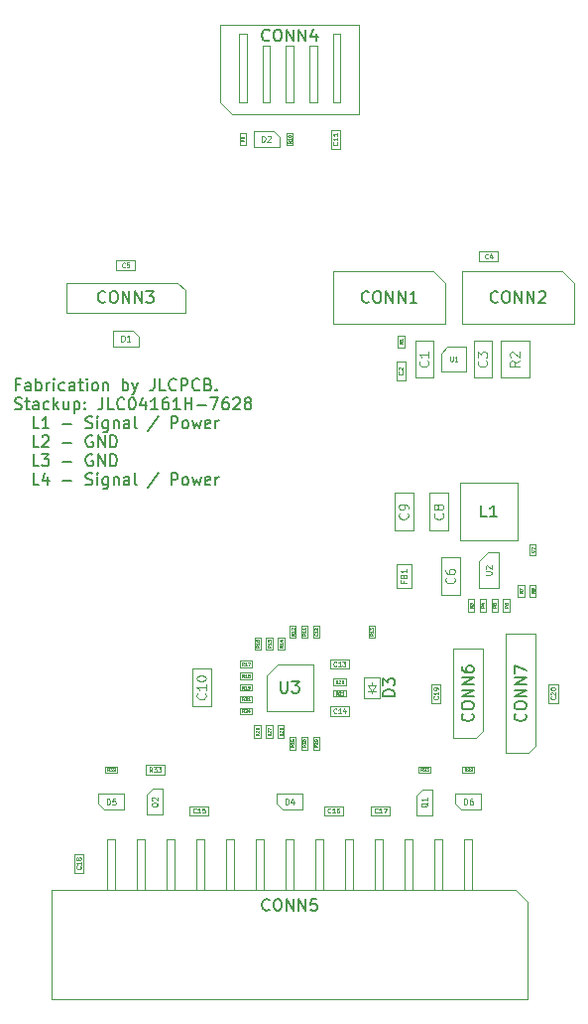
<source format=gbr>
%TF.GenerationSoftware,KiCad,Pcbnew,6.0.11-3.fc37*%
%TF.CreationDate,2023-08-14T12:31:01+01:00*%
%TF.ProjectId,kitchen-led-strips,6b697463-6865-46e2-9d6c-65642d737472,1.0*%
%TF.SameCoordinates,Original*%
%TF.FileFunction,AssemblyDrawing,Top*%
%FSLAX46Y46*%
G04 Gerber Fmt 4.6, Leading zero omitted, Abs format (unit mm)*
G04 Created by KiCad (PCBNEW 6.0.11-3.fc37) date 2023-08-14 12:31:01*
%MOMM*%
%LPD*%
G01*
G04 APERTURE LIST*
%ADD10C,0.150000*%
%ADD11C,0.040000*%
%ADD12C,0.120000*%
%ADD13C,0.075000*%
%ADD14C,0.060000*%
%ADD15C,0.080000*%
%ADD16C,0.100000*%
G04 APERTURE END LIST*
D10*
X176918928Y-129153571D02*
X176585595Y-129153571D01*
X176585595Y-129677380D02*
X176585595Y-128677380D01*
X177061785Y-128677380D01*
X177871309Y-129677380D02*
X177871309Y-129153571D01*
X177823690Y-129058333D01*
X177728452Y-129010714D01*
X177537976Y-129010714D01*
X177442738Y-129058333D01*
X177871309Y-129629761D02*
X177776071Y-129677380D01*
X177537976Y-129677380D01*
X177442738Y-129629761D01*
X177395119Y-129534523D01*
X177395119Y-129439285D01*
X177442738Y-129344047D01*
X177537976Y-129296428D01*
X177776071Y-129296428D01*
X177871309Y-129248809D01*
X178347500Y-129677380D02*
X178347500Y-128677380D01*
X178347500Y-129058333D02*
X178442738Y-129010714D01*
X178633214Y-129010714D01*
X178728452Y-129058333D01*
X178776071Y-129105952D01*
X178823690Y-129201190D01*
X178823690Y-129486904D01*
X178776071Y-129582142D01*
X178728452Y-129629761D01*
X178633214Y-129677380D01*
X178442738Y-129677380D01*
X178347500Y-129629761D01*
X179252261Y-129677380D02*
X179252261Y-129010714D01*
X179252261Y-129201190D02*
X179299880Y-129105952D01*
X179347500Y-129058333D01*
X179442738Y-129010714D01*
X179537976Y-129010714D01*
X179871309Y-129677380D02*
X179871309Y-129010714D01*
X179871309Y-128677380D02*
X179823690Y-128725000D01*
X179871309Y-128772619D01*
X179918928Y-128725000D01*
X179871309Y-128677380D01*
X179871309Y-128772619D01*
X180776071Y-129629761D02*
X180680833Y-129677380D01*
X180490357Y-129677380D01*
X180395119Y-129629761D01*
X180347500Y-129582142D01*
X180299880Y-129486904D01*
X180299880Y-129201190D01*
X180347500Y-129105952D01*
X180395119Y-129058333D01*
X180490357Y-129010714D01*
X180680833Y-129010714D01*
X180776071Y-129058333D01*
X181633214Y-129677380D02*
X181633214Y-129153571D01*
X181585595Y-129058333D01*
X181490357Y-129010714D01*
X181299880Y-129010714D01*
X181204642Y-129058333D01*
X181633214Y-129629761D02*
X181537976Y-129677380D01*
X181299880Y-129677380D01*
X181204642Y-129629761D01*
X181157023Y-129534523D01*
X181157023Y-129439285D01*
X181204642Y-129344047D01*
X181299880Y-129296428D01*
X181537976Y-129296428D01*
X181633214Y-129248809D01*
X181966547Y-129010714D02*
X182347500Y-129010714D01*
X182109404Y-128677380D02*
X182109404Y-129534523D01*
X182157023Y-129629761D01*
X182252261Y-129677380D01*
X182347500Y-129677380D01*
X182680833Y-129677380D02*
X182680833Y-129010714D01*
X182680833Y-128677380D02*
X182633214Y-128725000D01*
X182680833Y-128772619D01*
X182728452Y-128725000D01*
X182680833Y-128677380D01*
X182680833Y-128772619D01*
X183299880Y-129677380D02*
X183204642Y-129629761D01*
X183157023Y-129582142D01*
X183109404Y-129486904D01*
X183109404Y-129201190D01*
X183157023Y-129105952D01*
X183204642Y-129058333D01*
X183299880Y-129010714D01*
X183442738Y-129010714D01*
X183537976Y-129058333D01*
X183585595Y-129105952D01*
X183633214Y-129201190D01*
X183633214Y-129486904D01*
X183585595Y-129582142D01*
X183537976Y-129629761D01*
X183442738Y-129677380D01*
X183299880Y-129677380D01*
X184061785Y-129010714D02*
X184061785Y-129677380D01*
X184061785Y-129105952D02*
X184109404Y-129058333D01*
X184204642Y-129010714D01*
X184347500Y-129010714D01*
X184442738Y-129058333D01*
X184490357Y-129153571D01*
X184490357Y-129677380D01*
X185728452Y-129677380D02*
X185728452Y-128677380D01*
X185728452Y-129058333D02*
X185823690Y-129010714D01*
X186014166Y-129010714D01*
X186109404Y-129058333D01*
X186157023Y-129105952D01*
X186204642Y-129201190D01*
X186204642Y-129486904D01*
X186157023Y-129582142D01*
X186109404Y-129629761D01*
X186014166Y-129677380D01*
X185823690Y-129677380D01*
X185728452Y-129629761D01*
X186537976Y-129010714D02*
X186776071Y-129677380D01*
X187014166Y-129010714D02*
X186776071Y-129677380D01*
X186680833Y-129915476D01*
X186633214Y-129963095D01*
X186537976Y-130010714D01*
X188442738Y-128677380D02*
X188442738Y-129391666D01*
X188395119Y-129534523D01*
X188299880Y-129629761D01*
X188157023Y-129677380D01*
X188061785Y-129677380D01*
X189395119Y-129677380D02*
X188918928Y-129677380D01*
X188918928Y-128677380D01*
X190299880Y-129582142D02*
X190252261Y-129629761D01*
X190109404Y-129677380D01*
X190014166Y-129677380D01*
X189871309Y-129629761D01*
X189776071Y-129534523D01*
X189728452Y-129439285D01*
X189680833Y-129248809D01*
X189680833Y-129105952D01*
X189728452Y-128915476D01*
X189776071Y-128820238D01*
X189871309Y-128725000D01*
X190014166Y-128677380D01*
X190109404Y-128677380D01*
X190252261Y-128725000D01*
X190299880Y-128772619D01*
X190728452Y-129677380D02*
X190728452Y-128677380D01*
X191109404Y-128677380D01*
X191204642Y-128725000D01*
X191252261Y-128772619D01*
X191299880Y-128867857D01*
X191299880Y-129010714D01*
X191252261Y-129105952D01*
X191204642Y-129153571D01*
X191109404Y-129201190D01*
X190728452Y-129201190D01*
X192299880Y-129582142D02*
X192252261Y-129629761D01*
X192109404Y-129677380D01*
X192014166Y-129677380D01*
X191871309Y-129629761D01*
X191776071Y-129534523D01*
X191728452Y-129439285D01*
X191680833Y-129248809D01*
X191680833Y-129105952D01*
X191728452Y-128915476D01*
X191776071Y-128820238D01*
X191871309Y-128725000D01*
X192014166Y-128677380D01*
X192109404Y-128677380D01*
X192252261Y-128725000D01*
X192299880Y-128772619D01*
X193061785Y-129153571D02*
X193204642Y-129201190D01*
X193252261Y-129248809D01*
X193299880Y-129344047D01*
X193299880Y-129486904D01*
X193252261Y-129582142D01*
X193204642Y-129629761D01*
X193109404Y-129677380D01*
X192728452Y-129677380D01*
X192728452Y-128677380D01*
X193061785Y-128677380D01*
X193157023Y-128725000D01*
X193204642Y-128772619D01*
X193252261Y-128867857D01*
X193252261Y-128963095D01*
X193204642Y-129058333D01*
X193157023Y-129105952D01*
X193061785Y-129153571D01*
X192728452Y-129153571D01*
X193728452Y-129582142D02*
X193776071Y-129629761D01*
X193728452Y-129677380D01*
X193680833Y-129629761D01*
X193728452Y-129582142D01*
X193728452Y-129677380D01*
X176537976Y-131239761D02*
X176680833Y-131287380D01*
X176918928Y-131287380D01*
X177014166Y-131239761D01*
X177061785Y-131192142D01*
X177109404Y-131096904D01*
X177109404Y-131001666D01*
X177061785Y-130906428D01*
X177014166Y-130858809D01*
X176918928Y-130811190D01*
X176728452Y-130763571D01*
X176633214Y-130715952D01*
X176585595Y-130668333D01*
X176537976Y-130573095D01*
X176537976Y-130477857D01*
X176585595Y-130382619D01*
X176633214Y-130335000D01*
X176728452Y-130287380D01*
X176966547Y-130287380D01*
X177109404Y-130335000D01*
X177395119Y-130620714D02*
X177776071Y-130620714D01*
X177537976Y-130287380D02*
X177537976Y-131144523D01*
X177585595Y-131239761D01*
X177680833Y-131287380D01*
X177776071Y-131287380D01*
X178537976Y-131287380D02*
X178537976Y-130763571D01*
X178490357Y-130668333D01*
X178395119Y-130620714D01*
X178204642Y-130620714D01*
X178109404Y-130668333D01*
X178537976Y-131239761D02*
X178442738Y-131287380D01*
X178204642Y-131287380D01*
X178109404Y-131239761D01*
X178061785Y-131144523D01*
X178061785Y-131049285D01*
X178109404Y-130954047D01*
X178204642Y-130906428D01*
X178442738Y-130906428D01*
X178537976Y-130858809D01*
X179442738Y-131239761D02*
X179347500Y-131287380D01*
X179157023Y-131287380D01*
X179061785Y-131239761D01*
X179014166Y-131192142D01*
X178966547Y-131096904D01*
X178966547Y-130811190D01*
X179014166Y-130715952D01*
X179061785Y-130668333D01*
X179157023Y-130620714D01*
X179347500Y-130620714D01*
X179442738Y-130668333D01*
X179871309Y-131287380D02*
X179871309Y-130287380D01*
X179966547Y-130906428D02*
X180252261Y-131287380D01*
X180252261Y-130620714D02*
X179871309Y-131001666D01*
X181109404Y-130620714D02*
X181109404Y-131287380D01*
X180680833Y-130620714D02*
X180680833Y-131144523D01*
X180728452Y-131239761D01*
X180823690Y-131287380D01*
X180966547Y-131287380D01*
X181061785Y-131239761D01*
X181109404Y-131192142D01*
X181585595Y-130620714D02*
X181585595Y-131620714D01*
X181585595Y-130668333D02*
X181680833Y-130620714D01*
X181871309Y-130620714D01*
X181966547Y-130668333D01*
X182014166Y-130715952D01*
X182061785Y-130811190D01*
X182061785Y-131096904D01*
X182014166Y-131192142D01*
X181966547Y-131239761D01*
X181871309Y-131287380D01*
X181680833Y-131287380D01*
X181585595Y-131239761D01*
X182490357Y-131192142D02*
X182537976Y-131239761D01*
X182490357Y-131287380D01*
X182442738Y-131239761D01*
X182490357Y-131192142D01*
X182490357Y-131287380D01*
X182490357Y-130668333D02*
X182537976Y-130715952D01*
X182490357Y-130763571D01*
X182442738Y-130715952D01*
X182490357Y-130668333D01*
X182490357Y-130763571D01*
X184014166Y-130287380D02*
X184014166Y-131001666D01*
X183966547Y-131144523D01*
X183871309Y-131239761D01*
X183728452Y-131287380D01*
X183633214Y-131287380D01*
X184966547Y-131287380D02*
X184490357Y-131287380D01*
X184490357Y-130287380D01*
X185871309Y-131192142D02*
X185823690Y-131239761D01*
X185680833Y-131287380D01*
X185585595Y-131287380D01*
X185442738Y-131239761D01*
X185347500Y-131144523D01*
X185299880Y-131049285D01*
X185252261Y-130858809D01*
X185252261Y-130715952D01*
X185299880Y-130525476D01*
X185347500Y-130430238D01*
X185442738Y-130335000D01*
X185585595Y-130287380D01*
X185680833Y-130287380D01*
X185823690Y-130335000D01*
X185871309Y-130382619D01*
X186490357Y-130287380D02*
X186585595Y-130287380D01*
X186680833Y-130335000D01*
X186728452Y-130382619D01*
X186776071Y-130477857D01*
X186823690Y-130668333D01*
X186823690Y-130906428D01*
X186776071Y-131096904D01*
X186728452Y-131192142D01*
X186680833Y-131239761D01*
X186585595Y-131287380D01*
X186490357Y-131287380D01*
X186395119Y-131239761D01*
X186347500Y-131192142D01*
X186299880Y-131096904D01*
X186252261Y-130906428D01*
X186252261Y-130668333D01*
X186299880Y-130477857D01*
X186347500Y-130382619D01*
X186395119Y-130335000D01*
X186490357Y-130287380D01*
X187680833Y-130620714D02*
X187680833Y-131287380D01*
X187442738Y-130239761D02*
X187204642Y-130954047D01*
X187823690Y-130954047D01*
X188728452Y-131287380D02*
X188157023Y-131287380D01*
X188442738Y-131287380D02*
X188442738Y-130287380D01*
X188347500Y-130430238D01*
X188252261Y-130525476D01*
X188157023Y-130573095D01*
X189585595Y-130287380D02*
X189395119Y-130287380D01*
X189299880Y-130335000D01*
X189252261Y-130382619D01*
X189157023Y-130525476D01*
X189109404Y-130715952D01*
X189109404Y-131096904D01*
X189157023Y-131192142D01*
X189204642Y-131239761D01*
X189299880Y-131287380D01*
X189490357Y-131287380D01*
X189585595Y-131239761D01*
X189633214Y-131192142D01*
X189680833Y-131096904D01*
X189680833Y-130858809D01*
X189633214Y-130763571D01*
X189585595Y-130715952D01*
X189490357Y-130668333D01*
X189299880Y-130668333D01*
X189204642Y-130715952D01*
X189157023Y-130763571D01*
X189109404Y-130858809D01*
X190633214Y-131287380D02*
X190061785Y-131287380D01*
X190347500Y-131287380D02*
X190347500Y-130287380D01*
X190252261Y-130430238D01*
X190157023Y-130525476D01*
X190061785Y-130573095D01*
X191061785Y-131287380D02*
X191061785Y-130287380D01*
X191061785Y-130763571D02*
X191633214Y-130763571D01*
X191633214Y-131287380D02*
X191633214Y-130287380D01*
X192109404Y-130906428D02*
X192871309Y-130906428D01*
X193252261Y-130287380D02*
X193918928Y-130287380D01*
X193490357Y-131287380D01*
X194728452Y-130287380D02*
X194537976Y-130287380D01*
X194442738Y-130335000D01*
X194395119Y-130382619D01*
X194299880Y-130525476D01*
X194252261Y-130715952D01*
X194252261Y-131096904D01*
X194299880Y-131192142D01*
X194347500Y-131239761D01*
X194442738Y-131287380D01*
X194633214Y-131287380D01*
X194728452Y-131239761D01*
X194776071Y-131192142D01*
X194823690Y-131096904D01*
X194823690Y-130858809D01*
X194776071Y-130763571D01*
X194728452Y-130715952D01*
X194633214Y-130668333D01*
X194442738Y-130668333D01*
X194347500Y-130715952D01*
X194299880Y-130763571D01*
X194252261Y-130858809D01*
X195204642Y-130382619D02*
X195252261Y-130335000D01*
X195347500Y-130287380D01*
X195585595Y-130287380D01*
X195680833Y-130335000D01*
X195728452Y-130382619D01*
X195776071Y-130477857D01*
X195776071Y-130573095D01*
X195728452Y-130715952D01*
X195157023Y-131287380D01*
X195776071Y-131287380D01*
X196347500Y-130715952D02*
X196252261Y-130668333D01*
X196204642Y-130620714D01*
X196157023Y-130525476D01*
X196157023Y-130477857D01*
X196204642Y-130382619D01*
X196252261Y-130335000D01*
X196347500Y-130287380D01*
X196537976Y-130287380D01*
X196633214Y-130335000D01*
X196680833Y-130382619D01*
X196728452Y-130477857D01*
X196728452Y-130525476D01*
X196680833Y-130620714D01*
X196633214Y-130668333D01*
X196537976Y-130715952D01*
X196347500Y-130715952D01*
X196252261Y-130763571D01*
X196204642Y-130811190D01*
X196157023Y-130906428D01*
X196157023Y-131096904D01*
X196204642Y-131192142D01*
X196252261Y-131239761D01*
X196347500Y-131287380D01*
X196537976Y-131287380D01*
X196633214Y-131239761D01*
X196680833Y-131192142D01*
X196728452Y-131096904D01*
X196728452Y-130906428D01*
X196680833Y-130811190D01*
X196633214Y-130763571D01*
X196537976Y-130715952D01*
X178585595Y-132897380D02*
X178109404Y-132897380D01*
X178109404Y-131897380D01*
X179442738Y-132897380D02*
X178871309Y-132897380D01*
X179157023Y-132897380D02*
X179157023Y-131897380D01*
X179061785Y-132040238D01*
X178966547Y-132135476D01*
X178871309Y-132183095D01*
X180633214Y-132516428D02*
X181395119Y-132516428D01*
X182585595Y-132849761D02*
X182728452Y-132897380D01*
X182966547Y-132897380D01*
X183061785Y-132849761D01*
X183109404Y-132802142D01*
X183157023Y-132706904D01*
X183157023Y-132611666D01*
X183109404Y-132516428D01*
X183061785Y-132468809D01*
X182966547Y-132421190D01*
X182776071Y-132373571D01*
X182680833Y-132325952D01*
X182633214Y-132278333D01*
X182585595Y-132183095D01*
X182585595Y-132087857D01*
X182633214Y-131992619D01*
X182680833Y-131945000D01*
X182776071Y-131897380D01*
X183014166Y-131897380D01*
X183157023Y-131945000D01*
X183585595Y-132897380D02*
X183585595Y-132230714D01*
X183585595Y-131897380D02*
X183537976Y-131945000D01*
X183585595Y-131992619D01*
X183633214Y-131945000D01*
X183585595Y-131897380D01*
X183585595Y-131992619D01*
X184490357Y-132230714D02*
X184490357Y-133040238D01*
X184442738Y-133135476D01*
X184395119Y-133183095D01*
X184299880Y-133230714D01*
X184157023Y-133230714D01*
X184061785Y-133183095D01*
X184490357Y-132849761D02*
X184395119Y-132897380D01*
X184204642Y-132897380D01*
X184109404Y-132849761D01*
X184061785Y-132802142D01*
X184014166Y-132706904D01*
X184014166Y-132421190D01*
X184061785Y-132325952D01*
X184109404Y-132278333D01*
X184204642Y-132230714D01*
X184395119Y-132230714D01*
X184490357Y-132278333D01*
X184966547Y-132230714D02*
X184966547Y-132897380D01*
X184966547Y-132325952D02*
X185014166Y-132278333D01*
X185109404Y-132230714D01*
X185252261Y-132230714D01*
X185347500Y-132278333D01*
X185395119Y-132373571D01*
X185395119Y-132897380D01*
X186299880Y-132897380D02*
X186299880Y-132373571D01*
X186252261Y-132278333D01*
X186157023Y-132230714D01*
X185966547Y-132230714D01*
X185871309Y-132278333D01*
X186299880Y-132849761D02*
X186204642Y-132897380D01*
X185966547Y-132897380D01*
X185871309Y-132849761D01*
X185823690Y-132754523D01*
X185823690Y-132659285D01*
X185871309Y-132564047D01*
X185966547Y-132516428D01*
X186204642Y-132516428D01*
X186299880Y-132468809D01*
X186918928Y-132897380D02*
X186823690Y-132849761D01*
X186776071Y-132754523D01*
X186776071Y-131897380D01*
X188776071Y-131849761D02*
X187918928Y-133135476D01*
X189871309Y-132897380D02*
X189871309Y-131897380D01*
X190252261Y-131897380D01*
X190347500Y-131945000D01*
X190395119Y-131992619D01*
X190442738Y-132087857D01*
X190442738Y-132230714D01*
X190395119Y-132325952D01*
X190347500Y-132373571D01*
X190252261Y-132421190D01*
X189871309Y-132421190D01*
X191014166Y-132897380D02*
X190918928Y-132849761D01*
X190871309Y-132802142D01*
X190823690Y-132706904D01*
X190823690Y-132421190D01*
X190871309Y-132325952D01*
X190918928Y-132278333D01*
X191014166Y-132230714D01*
X191157023Y-132230714D01*
X191252261Y-132278333D01*
X191299880Y-132325952D01*
X191347500Y-132421190D01*
X191347500Y-132706904D01*
X191299880Y-132802142D01*
X191252261Y-132849761D01*
X191157023Y-132897380D01*
X191014166Y-132897380D01*
X191680833Y-132230714D02*
X191871309Y-132897380D01*
X192061785Y-132421190D01*
X192252261Y-132897380D01*
X192442738Y-132230714D01*
X193204642Y-132849761D02*
X193109404Y-132897380D01*
X192918928Y-132897380D01*
X192823690Y-132849761D01*
X192776071Y-132754523D01*
X192776071Y-132373571D01*
X192823690Y-132278333D01*
X192918928Y-132230714D01*
X193109404Y-132230714D01*
X193204642Y-132278333D01*
X193252261Y-132373571D01*
X193252261Y-132468809D01*
X192776071Y-132564047D01*
X193680833Y-132897380D02*
X193680833Y-132230714D01*
X193680833Y-132421190D02*
X193728452Y-132325952D01*
X193776071Y-132278333D01*
X193871309Y-132230714D01*
X193966547Y-132230714D01*
X178585595Y-134507380D02*
X178109404Y-134507380D01*
X178109404Y-133507380D01*
X178871309Y-133602619D02*
X178918928Y-133555000D01*
X179014166Y-133507380D01*
X179252261Y-133507380D01*
X179347500Y-133555000D01*
X179395119Y-133602619D01*
X179442738Y-133697857D01*
X179442738Y-133793095D01*
X179395119Y-133935952D01*
X178823690Y-134507380D01*
X179442738Y-134507380D01*
X180633214Y-134126428D02*
X181395119Y-134126428D01*
X183157023Y-133555000D02*
X183061785Y-133507380D01*
X182918928Y-133507380D01*
X182776071Y-133555000D01*
X182680833Y-133650238D01*
X182633214Y-133745476D01*
X182585595Y-133935952D01*
X182585595Y-134078809D01*
X182633214Y-134269285D01*
X182680833Y-134364523D01*
X182776071Y-134459761D01*
X182918928Y-134507380D01*
X183014166Y-134507380D01*
X183157023Y-134459761D01*
X183204642Y-134412142D01*
X183204642Y-134078809D01*
X183014166Y-134078809D01*
X183633214Y-134507380D02*
X183633214Y-133507380D01*
X184204642Y-134507380D01*
X184204642Y-133507380D01*
X184680833Y-134507380D02*
X184680833Y-133507380D01*
X184918928Y-133507380D01*
X185061785Y-133555000D01*
X185157023Y-133650238D01*
X185204642Y-133745476D01*
X185252261Y-133935952D01*
X185252261Y-134078809D01*
X185204642Y-134269285D01*
X185157023Y-134364523D01*
X185061785Y-134459761D01*
X184918928Y-134507380D01*
X184680833Y-134507380D01*
X178585595Y-136117380D02*
X178109404Y-136117380D01*
X178109404Y-135117380D01*
X178823690Y-135117380D02*
X179442738Y-135117380D01*
X179109404Y-135498333D01*
X179252261Y-135498333D01*
X179347500Y-135545952D01*
X179395119Y-135593571D01*
X179442738Y-135688809D01*
X179442738Y-135926904D01*
X179395119Y-136022142D01*
X179347500Y-136069761D01*
X179252261Y-136117380D01*
X178966547Y-136117380D01*
X178871309Y-136069761D01*
X178823690Y-136022142D01*
X180633214Y-135736428D02*
X181395119Y-135736428D01*
X183157023Y-135165000D02*
X183061785Y-135117380D01*
X182918928Y-135117380D01*
X182776071Y-135165000D01*
X182680833Y-135260238D01*
X182633214Y-135355476D01*
X182585595Y-135545952D01*
X182585595Y-135688809D01*
X182633214Y-135879285D01*
X182680833Y-135974523D01*
X182776071Y-136069761D01*
X182918928Y-136117380D01*
X183014166Y-136117380D01*
X183157023Y-136069761D01*
X183204642Y-136022142D01*
X183204642Y-135688809D01*
X183014166Y-135688809D01*
X183633214Y-136117380D02*
X183633214Y-135117380D01*
X184204642Y-136117380D01*
X184204642Y-135117380D01*
X184680833Y-136117380D02*
X184680833Y-135117380D01*
X184918928Y-135117380D01*
X185061785Y-135165000D01*
X185157023Y-135260238D01*
X185204642Y-135355476D01*
X185252261Y-135545952D01*
X185252261Y-135688809D01*
X185204642Y-135879285D01*
X185157023Y-135974523D01*
X185061785Y-136069761D01*
X184918928Y-136117380D01*
X184680833Y-136117380D01*
X178585595Y-137727380D02*
X178109404Y-137727380D01*
X178109404Y-136727380D01*
X179347500Y-137060714D02*
X179347500Y-137727380D01*
X179109404Y-136679761D02*
X178871309Y-137394047D01*
X179490357Y-137394047D01*
X180633214Y-137346428D02*
X181395119Y-137346428D01*
X182585595Y-137679761D02*
X182728452Y-137727380D01*
X182966547Y-137727380D01*
X183061785Y-137679761D01*
X183109404Y-137632142D01*
X183157023Y-137536904D01*
X183157023Y-137441666D01*
X183109404Y-137346428D01*
X183061785Y-137298809D01*
X182966547Y-137251190D01*
X182776071Y-137203571D01*
X182680833Y-137155952D01*
X182633214Y-137108333D01*
X182585595Y-137013095D01*
X182585595Y-136917857D01*
X182633214Y-136822619D01*
X182680833Y-136775000D01*
X182776071Y-136727380D01*
X183014166Y-136727380D01*
X183157023Y-136775000D01*
X183585595Y-137727380D02*
X183585595Y-137060714D01*
X183585595Y-136727380D02*
X183537976Y-136775000D01*
X183585595Y-136822619D01*
X183633214Y-136775000D01*
X183585595Y-136727380D01*
X183585595Y-136822619D01*
X184490357Y-137060714D02*
X184490357Y-137870238D01*
X184442738Y-137965476D01*
X184395119Y-138013095D01*
X184299880Y-138060714D01*
X184157023Y-138060714D01*
X184061785Y-138013095D01*
X184490357Y-137679761D02*
X184395119Y-137727380D01*
X184204642Y-137727380D01*
X184109404Y-137679761D01*
X184061785Y-137632142D01*
X184014166Y-137536904D01*
X184014166Y-137251190D01*
X184061785Y-137155952D01*
X184109404Y-137108333D01*
X184204642Y-137060714D01*
X184395119Y-137060714D01*
X184490357Y-137108333D01*
X184966547Y-137060714D02*
X184966547Y-137727380D01*
X184966547Y-137155952D02*
X185014166Y-137108333D01*
X185109404Y-137060714D01*
X185252261Y-137060714D01*
X185347500Y-137108333D01*
X185395119Y-137203571D01*
X185395119Y-137727380D01*
X186299880Y-137727380D02*
X186299880Y-137203571D01*
X186252261Y-137108333D01*
X186157023Y-137060714D01*
X185966547Y-137060714D01*
X185871309Y-137108333D01*
X186299880Y-137679761D02*
X186204642Y-137727380D01*
X185966547Y-137727380D01*
X185871309Y-137679761D01*
X185823690Y-137584523D01*
X185823690Y-137489285D01*
X185871309Y-137394047D01*
X185966547Y-137346428D01*
X186204642Y-137346428D01*
X186299880Y-137298809D01*
X186918928Y-137727380D02*
X186823690Y-137679761D01*
X186776071Y-137584523D01*
X186776071Y-136727380D01*
X188776071Y-136679761D02*
X187918928Y-137965476D01*
X189871309Y-137727380D02*
X189871309Y-136727380D01*
X190252261Y-136727380D01*
X190347500Y-136775000D01*
X190395119Y-136822619D01*
X190442738Y-136917857D01*
X190442738Y-137060714D01*
X190395119Y-137155952D01*
X190347500Y-137203571D01*
X190252261Y-137251190D01*
X189871309Y-137251190D01*
X191014166Y-137727380D02*
X190918928Y-137679761D01*
X190871309Y-137632142D01*
X190823690Y-137536904D01*
X190823690Y-137251190D01*
X190871309Y-137155952D01*
X190918928Y-137108333D01*
X191014166Y-137060714D01*
X191157023Y-137060714D01*
X191252261Y-137108333D01*
X191299880Y-137155952D01*
X191347500Y-137251190D01*
X191347500Y-137536904D01*
X191299880Y-137632142D01*
X191252261Y-137679761D01*
X191157023Y-137727380D01*
X191014166Y-137727380D01*
X191680833Y-137060714D02*
X191871309Y-137727380D01*
X192061785Y-137251190D01*
X192252261Y-137727380D01*
X192442738Y-137060714D01*
X193204642Y-137679761D02*
X193109404Y-137727380D01*
X192918928Y-137727380D01*
X192823690Y-137679761D01*
X192776071Y-137584523D01*
X192776071Y-137203571D01*
X192823690Y-137108333D01*
X192918928Y-137060714D01*
X193109404Y-137060714D01*
X193204642Y-137108333D01*
X193252261Y-137203571D01*
X193252261Y-137298809D01*
X192776071Y-137394047D01*
X193680833Y-137727380D02*
X193680833Y-137060714D01*
X193680833Y-137251190D02*
X193728452Y-137155952D01*
X193776071Y-137108333D01*
X193871309Y-137060714D01*
X193966547Y-137060714D01*
D11*
%TO.C,R14*%
X199377619Y-151417142D02*
X199253809Y-151503809D01*
X199377619Y-151565714D02*
X199117619Y-151565714D01*
X199117619Y-151466666D01*
X199130000Y-151441904D01*
X199142380Y-151429523D01*
X199167142Y-151417142D01*
X199204285Y-151417142D01*
X199229047Y-151429523D01*
X199241428Y-151441904D01*
X199253809Y-151466666D01*
X199253809Y-151565714D01*
X199377619Y-151169523D02*
X199377619Y-151318095D01*
X199377619Y-151243809D02*
X199117619Y-151243809D01*
X199154761Y-151268571D01*
X199179523Y-151293333D01*
X199191904Y-151318095D01*
X199204285Y-150946666D02*
X199377619Y-150946666D01*
X199105238Y-151008571D02*
X199290952Y-151070476D01*
X199290952Y-150909523D01*
%TO.C,R26*%
X199367619Y-158917142D02*
X199243809Y-159003809D01*
X199367619Y-159065714D02*
X199107619Y-159065714D01*
X199107619Y-158966666D01*
X199120000Y-158941904D01*
X199132380Y-158929523D01*
X199157142Y-158917142D01*
X199194285Y-158917142D01*
X199219047Y-158929523D01*
X199231428Y-158941904D01*
X199243809Y-158966666D01*
X199243809Y-159065714D01*
X199132380Y-158818095D02*
X199120000Y-158805714D01*
X199107619Y-158780952D01*
X199107619Y-158719047D01*
X199120000Y-158694285D01*
X199132380Y-158681904D01*
X199157142Y-158669523D01*
X199181904Y-158669523D01*
X199219047Y-158681904D01*
X199367619Y-158830476D01*
X199367619Y-158669523D01*
X199107619Y-158446666D02*
X199107619Y-158496190D01*
X199120000Y-158520952D01*
X199132380Y-158533333D01*
X199169523Y-158558095D01*
X199219047Y-158570476D01*
X199318095Y-158570476D01*
X199342857Y-158558095D01*
X199355238Y-158545714D01*
X199367619Y-158520952D01*
X199367619Y-158471428D01*
X199355238Y-158446666D01*
X199342857Y-158434285D01*
X199318095Y-158421904D01*
X199256190Y-158421904D01*
X199231428Y-158434285D01*
X199219047Y-158446666D01*
X199206666Y-158471428D01*
X199206666Y-158520952D01*
X199219047Y-158545714D01*
X199231428Y-158558095D01*
X199256190Y-158570476D01*
D10*
%TO.C,U3*%
X199238095Y-154452380D02*
X199238095Y-155261904D01*
X199285714Y-155357142D01*
X199333333Y-155404761D01*
X199428571Y-155452380D01*
X199619047Y-155452380D01*
X199714285Y-155404761D01*
X199761904Y-155357142D01*
X199809523Y-155261904D01*
X199809523Y-154452380D01*
X200190476Y-154452380D02*
X200809523Y-154452380D01*
X200476190Y-154833333D01*
X200619047Y-154833333D01*
X200714285Y-154880952D01*
X200761904Y-154928571D01*
X200809523Y-155023809D01*
X200809523Y-155261904D01*
X200761904Y-155357142D01*
X200714285Y-155404761D01*
X200619047Y-155452380D01*
X200333333Y-155452380D01*
X200238095Y-155404761D01*
X200190476Y-155357142D01*
%TO.C,CONN1*%
X206761904Y-122107142D02*
X206714285Y-122154761D01*
X206571428Y-122202380D01*
X206476190Y-122202380D01*
X206333333Y-122154761D01*
X206238095Y-122059523D01*
X206190476Y-121964285D01*
X206142857Y-121773809D01*
X206142857Y-121630952D01*
X206190476Y-121440476D01*
X206238095Y-121345238D01*
X206333333Y-121250000D01*
X206476190Y-121202380D01*
X206571428Y-121202380D01*
X206714285Y-121250000D01*
X206761904Y-121297619D01*
X207380952Y-121202380D02*
X207571428Y-121202380D01*
X207666666Y-121250000D01*
X207761904Y-121345238D01*
X207809523Y-121535714D01*
X207809523Y-121869047D01*
X207761904Y-122059523D01*
X207666666Y-122154761D01*
X207571428Y-122202380D01*
X207380952Y-122202380D01*
X207285714Y-122154761D01*
X207190476Y-122059523D01*
X207142857Y-121869047D01*
X207142857Y-121535714D01*
X207190476Y-121345238D01*
X207285714Y-121250000D01*
X207380952Y-121202380D01*
X208238095Y-122202380D02*
X208238095Y-121202380D01*
X208809523Y-122202380D01*
X208809523Y-121202380D01*
X209285714Y-122202380D02*
X209285714Y-121202380D01*
X209857142Y-122202380D01*
X209857142Y-121202380D01*
X210857142Y-122202380D02*
X210285714Y-122202380D01*
X210571428Y-122202380D02*
X210571428Y-121202380D01*
X210476190Y-121345238D01*
X210380952Y-121440476D01*
X210285714Y-121488095D01*
%TO.C,CONN5*%
X198261904Y-173917142D02*
X198214285Y-173964761D01*
X198071428Y-174012380D01*
X197976190Y-174012380D01*
X197833333Y-173964761D01*
X197738095Y-173869523D01*
X197690476Y-173774285D01*
X197642857Y-173583809D01*
X197642857Y-173440952D01*
X197690476Y-173250476D01*
X197738095Y-173155238D01*
X197833333Y-173060000D01*
X197976190Y-173012380D01*
X198071428Y-173012380D01*
X198214285Y-173060000D01*
X198261904Y-173107619D01*
X198880952Y-173012380D02*
X199071428Y-173012380D01*
X199166666Y-173060000D01*
X199261904Y-173155238D01*
X199309523Y-173345714D01*
X199309523Y-173679047D01*
X199261904Y-173869523D01*
X199166666Y-173964761D01*
X199071428Y-174012380D01*
X198880952Y-174012380D01*
X198785714Y-173964761D01*
X198690476Y-173869523D01*
X198642857Y-173679047D01*
X198642857Y-173345714D01*
X198690476Y-173155238D01*
X198785714Y-173060000D01*
X198880952Y-173012380D01*
X199738095Y-174012380D02*
X199738095Y-173012380D01*
X200309523Y-174012380D01*
X200309523Y-173012380D01*
X200785714Y-174012380D02*
X200785714Y-173012380D01*
X201357142Y-174012380D01*
X201357142Y-173012380D01*
X202309523Y-173012380D02*
X201833333Y-173012380D01*
X201785714Y-173488571D01*
X201833333Y-173440952D01*
X201928571Y-173393333D01*
X202166666Y-173393333D01*
X202261904Y-173440952D01*
X202309523Y-173488571D01*
X202357142Y-173583809D01*
X202357142Y-173821904D01*
X202309523Y-173917142D01*
X202261904Y-173964761D01*
X202166666Y-174012380D01*
X201928571Y-174012380D01*
X201833333Y-173964761D01*
X201785714Y-173917142D01*
D11*
%TO.C,R1*%
X209617619Y-125543333D02*
X209493809Y-125630000D01*
X209617619Y-125691904D02*
X209357619Y-125691904D01*
X209357619Y-125592857D01*
X209370000Y-125568095D01*
X209382380Y-125555714D01*
X209407142Y-125543333D01*
X209444285Y-125543333D01*
X209469047Y-125555714D01*
X209481428Y-125568095D01*
X209493809Y-125592857D01*
X209493809Y-125691904D01*
X209617619Y-125295714D02*
X209617619Y-125444285D01*
X209617619Y-125370000D02*
X209357619Y-125370000D01*
X209394761Y-125394761D01*
X209419523Y-125419523D01*
X209431904Y-125444285D01*
%TO.C,R28*%
X197367619Y-158917142D02*
X197243809Y-159003809D01*
X197367619Y-159065714D02*
X197107619Y-159065714D01*
X197107619Y-158966666D01*
X197120000Y-158941904D01*
X197132380Y-158929523D01*
X197157142Y-158917142D01*
X197194285Y-158917142D01*
X197219047Y-158929523D01*
X197231428Y-158941904D01*
X197243809Y-158966666D01*
X197243809Y-159065714D01*
X197132380Y-158818095D02*
X197120000Y-158805714D01*
X197107619Y-158780952D01*
X197107619Y-158719047D01*
X197120000Y-158694285D01*
X197132380Y-158681904D01*
X197157142Y-158669523D01*
X197181904Y-158669523D01*
X197219047Y-158681904D01*
X197367619Y-158830476D01*
X197367619Y-158669523D01*
X197219047Y-158520952D02*
X197206666Y-158545714D01*
X197194285Y-158558095D01*
X197169523Y-158570476D01*
X197157142Y-158570476D01*
X197132380Y-158558095D01*
X197120000Y-158545714D01*
X197107619Y-158520952D01*
X197107619Y-158471428D01*
X197120000Y-158446666D01*
X197132380Y-158434285D01*
X197157142Y-158421904D01*
X197169523Y-158421904D01*
X197194285Y-158434285D01*
X197206666Y-158446666D01*
X197219047Y-158471428D01*
X197219047Y-158520952D01*
X197231428Y-158545714D01*
X197243809Y-158558095D01*
X197268571Y-158570476D01*
X197318095Y-158570476D01*
X197342857Y-158558095D01*
X197355238Y-158545714D01*
X197367619Y-158520952D01*
X197367619Y-158471428D01*
X197355238Y-158446666D01*
X197342857Y-158434285D01*
X197318095Y-158421904D01*
X197268571Y-158421904D01*
X197243809Y-158434285D01*
X197231428Y-158446666D01*
X197219047Y-158471428D01*
%TO.C,R21*%
X204102857Y-155617619D02*
X204016190Y-155493809D01*
X203954285Y-155617619D02*
X203954285Y-155357619D01*
X204053333Y-155357619D01*
X204078095Y-155370000D01*
X204090476Y-155382380D01*
X204102857Y-155407142D01*
X204102857Y-155444285D01*
X204090476Y-155469047D01*
X204078095Y-155481428D01*
X204053333Y-155493809D01*
X203954285Y-155493809D01*
X204201904Y-155382380D02*
X204214285Y-155370000D01*
X204239047Y-155357619D01*
X204300952Y-155357619D01*
X204325714Y-155370000D01*
X204338095Y-155382380D01*
X204350476Y-155407142D01*
X204350476Y-155431904D01*
X204338095Y-155469047D01*
X204189523Y-155617619D01*
X204350476Y-155617619D01*
X204598095Y-155617619D02*
X204449523Y-155617619D01*
X204523809Y-155617619D02*
X204523809Y-155357619D01*
X204499047Y-155394761D01*
X204474285Y-155419523D01*
X204449523Y-155431904D01*
D10*
%TO.C,CONN7*%
X220107142Y-157238095D02*
X220154761Y-157285714D01*
X220202380Y-157428571D01*
X220202380Y-157523809D01*
X220154761Y-157666666D01*
X220059523Y-157761904D01*
X219964285Y-157809523D01*
X219773809Y-157857142D01*
X219630952Y-157857142D01*
X219440476Y-157809523D01*
X219345238Y-157761904D01*
X219250000Y-157666666D01*
X219202380Y-157523809D01*
X219202380Y-157428571D01*
X219250000Y-157285714D01*
X219297619Y-157238095D01*
X219202380Y-156619047D02*
X219202380Y-156428571D01*
X219250000Y-156333333D01*
X219345238Y-156238095D01*
X219535714Y-156190476D01*
X219869047Y-156190476D01*
X220059523Y-156238095D01*
X220154761Y-156333333D01*
X220202380Y-156428571D01*
X220202380Y-156619047D01*
X220154761Y-156714285D01*
X220059523Y-156809523D01*
X219869047Y-156857142D01*
X219535714Y-156857142D01*
X219345238Y-156809523D01*
X219250000Y-156714285D01*
X219202380Y-156619047D01*
X220202380Y-155761904D02*
X219202380Y-155761904D01*
X220202380Y-155190476D01*
X219202380Y-155190476D01*
X220202380Y-154714285D02*
X219202380Y-154714285D01*
X220202380Y-154142857D01*
X219202380Y-154142857D01*
X219202380Y-153761904D02*
X219202380Y-153095238D01*
X220202380Y-153523809D01*
D12*
%TO.C,C9*%
X210035714Y-140133333D02*
X210073809Y-140171428D01*
X210111904Y-140285714D01*
X210111904Y-140361904D01*
X210073809Y-140476190D01*
X209997619Y-140552380D01*
X209921428Y-140590476D01*
X209769047Y-140628571D01*
X209654761Y-140628571D01*
X209502380Y-140590476D01*
X209426190Y-140552380D01*
X209350000Y-140476190D01*
X209311904Y-140361904D01*
X209311904Y-140285714D01*
X209350000Y-140171428D01*
X209388095Y-140133333D01*
X210111904Y-139752380D02*
X210111904Y-139600000D01*
X210073809Y-139523809D01*
X210035714Y-139485714D01*
X209921428Y-139409523D01*
X209769047Y-139371428D01*
X209464285Y-139371428D01*
X209388095Y-139409523D01*
X209350000Y-139447619D01*
X209311904Y-139523809D01*
X209311904Y-139676190D01*
X209350000Y-139752380D01*
X209388095Y-139790476D01*
X209464285Y-139828571D01*
X209654761Y-139828571D01*
X209730952Y-139790476D01*
X209769047Y-139752380D01*
X209807142Y-139676190D01*
X209807142Y-139523809D01*
X209769047Y-139447619D01*
X209730952Y-139409523D01*
X209654761Y-139371428D01*
D11*
%TO.C,R11*%
X201367619Y-150417142D02*
X201243809Y-150503809D01*
X201367619Y-150565714D02*
X201107619Y-150565714D01*
X201107619Y-150466666D01*
X201120000Y-150441904D01*
X201132380Y-150429523D01*
X201157142Y-150417142D01*
X201194285Y-150417142D01*
X201219047Y-150429523D01*
X201231428Y-150441904D01*
X201243809Y-150466666D01*
X201243809Y-150565714D01*
X201367619Y-150169523D02*
X201367619Y-150318095D01*
X201367619Y-150243809D02*
X201107619Y-150243809D01*
X201144761Y-150268571D01*
X201169523Y-150293333D01*
X201181904Y-150318095D01*
X201367619Y-149921904D02*
X201367619Y-150070476D01*
X201367619Y-149996190D02*
X201107619Y-149996190D01*
X201144761Y-150020952D01*
X201169523Y-150045714D01*
X201181904Y-150070476D01*
D13*
%TO.C,D5*%
X184380952Y-164976190D02*
X184380952Y-164476190D01*
X184500000Y-164476190D01*
X184571428Y-164500000D01*
X184619047Y-164547619D01*
X184642857Y-164595238D01*
X184666666Y-164690476D01*
X184666666Y-164761904D01*
X184642857Y-164857142D01*
X184619047Y-164904761D01*
X184571428Y-164952380D01*
X184500000Y-164976190D01*
X184380952Y-164976190D01*
X185119047Y-164476190D02*
X184880952Y-164476190D01*
X184857142Y-164714285D01*
X184880952Y-164690476D01*
X184928571Y-164666666D01*
X185047619Y-164666666D01*
X185095238Y-164690476D01*
X185119047Y-164714285D01*
X185142857Y-164761904D01*
X185142857Y-164880952D01*
X185119047Y-164928571D01*
X185095238Y-164952380D01*
X185047619Y-164976190D01*
X184928571Y-164976190D01*
X184880952Y-164952380D01*
X184857142Y-164928571D01*
%TO.C,Q1*%
X211773809Y-164817619D02*
X211750000Y-164865238D01*
X211702380Y-164912857D01*
X211630952Y-164984285D01*
X211607142Y-165031904D01*
X211607142Y-165079523D01*
X211726190Y-165055714D02*
X211702380Y-165103333D01*
X211654761Y-165150952D01*
X211559523Y-165174761D01*
X211392857Y-165174761D01*
X211297619Y-165150952D01*
X211250000Y-165103333D01*
X211226190Y-165055714D01*
X211226190Y-164960476D01*
X211250000Y-164912857D01*
X211297619Y-164865238D01*
X211392857Y-164841428D01*
X211559523Y-164841428D01*
X211654761Y-164865238D01*
X211702380Y-164912857D01*
X211726190Y-164960476D01*
X211726190Y-165055714D01*
X211726190Y-164365238D02*
X211726190Y-164650952D01*
X211726190Y-164508095D02*
X211226190Y-164508095D01*
X211297619Y-164555714D01*
X211345238Y-164603333D01*
X211369047Y-164650952D01*
D11*
%TO.C,R8*%
X220867619Y-146793333D02*
X220743809Y-146880000D01*
X220867619Y-146941904D02*
X220607619Y-146941904D01*
X220607619Y-146842857D01*
X220620000Y-146818095D01*
X220632380Y-146805714D01*
X220657142Y-146793333D01*
X220694285Y-146793333D01*
X220719047Y-146805714D01*
X220731428Y-146818095D01*
X220743809Y-146842857D01*
X220743809Y-146941904D01*
X220719047Y-146644761D02*
X220706666Y-146669523D01*
X220694285Y-146681904D01*
X220669523Y-146694285D01*
X220657142Y-146694285D01*
X220632380Y-146681904D01*
X220620000Y-146669523D01*
X220607619Y-146644761D01*
X220607619Y-146595238D01*
X220620000Y-146570476D01*
X220632380Y-146558095D01*
X220657142Y-146545714D01*
X220669523Y-146545714D01*
X220694285Y-146558095D01*
X220706666Y-146570476D01*
X220719047Y-146595238D01*
X220719047Y-146644761D01*
X220731428Y-146669523D01*
X220743809Y-146681904D01*
X220768571Y-146694285D01*
X220818095Y-146694285D01*
X220842857Y-146681904D01*
X220855238Y-146669523D01*
X220867619Y-146644761D01*
X220867619Y-146595238D01*
X220855238Y-146570476D01*
X220842857Y-146558095D01*
X220818095Y-146545714D01*
X220768571Y-146545714D01*
X220743809Y-146558095D01*
X220731428Y-146570476D01*
X220719047Y-146595238D01*
D14*
%TO.C,C17*%
X207492857Y-165642857D02*
X207473809Y-165661904D01*
X207416666Y-165680952D01*
X207378571Y-165680952D01*
X207321428Y-165661904D01*
X207283333Y-165623809D01*
X207264285Y-165585714D01*
X207245238Y-165509523D01*
X207245238Y-165452380D01*
X207264285Y-165376190D01*
X207283333Y-165338095D01*
X207321428Y-165300000D01*
X207378571Y-165280952D01*
X207416666Y-165280952D01*
X207473809Y-165300000D01*
X207492857Y-165319047D01*
X207873809Y-165680952D02*
X207645238Y-165680952D01*
X207759523Y-165680952D02*
X207759523Y-165280952D01*
X207721428Y-165338095D01*
X207683333Y-165376190D01*
X207645238Y-165395238D01*
X208007142Y-165280952D02*
X208273809Y-165280952D01*
X208102380Y-165680952D01*
D15*
%TO.C,FB1*%
X209714285Y-145916666D02*
X209714285Y-146083333D01*
X209976190Y-146083333D02*
X209476190Y-146083333D01*
X209476190Y-145845238D01*
X209714285Y-145488095D02*
X209738095Y-145416666D01*
X209761904Y-145392857D01*
X209809523Y-145369047D01*
X209880952Y-145369047D01*
X209928571Y-145392857D01*
X209952380Y-145416666D01*
X209976190Y-145464285D01*
X209976190Y-145654761D01*
X209476190Y-145654761D01*
X209476190Y-145488095D01*
X209500000Y-145440476D01*
X209523809Y-145416666D01*
X209571428Y-145392857D01*
X209619047Y-145392857D01*
X209666666Y-145416666D01*
X209690476Y-145440476D01*
X209714285Y-145488095D01*
X209714285Y-145654761D01*
X209976190Y-144892857D02*
X209976190Y-145178571D01*
X209976190Y-145035714D02*
X209476190Y-145035714D01*
X209547619Y-145083333D01*
X209595238Y-145130952D01*
X209619047Y-145178571D01*
D10*
%TO.C,D3*%
X208952380Y-155738095D02*
X207952380Y-155738095D01*
X207952380Y-155500000D01*
X208000000Y-155357142D01*
X208095238Y-155261904D01*
X208190476Y-155214285D01*
X208380952Y-155166666D01*
X208523809Y-155166666D01*
X208714285Y-155214285D01*
X208809523Y-155261904D01*
X208904761Y-155357142D01*
X208952380Y-155500000D01*
X208952380Y-155738095D01*
X207952380Y-154833333D02*
X207952380Y-154214285D01*
X208333333Y-154547619D01*
X208333333Y-154404761D01*
X208380952Y-154309523D01*
X208428571Y-154261904D01*
X208523809Y-154214285D01*
X208761904Y-154214285D01*
X208857142Y-154261904D01*
X208904761Y-154309523D01*
X208952380Y-154404761D01*
X208952380Y-154690476D01*
X208904761Y-154785714D01*
X208857142Y-154833333D01*
D14*
%TO.C,C15*%
X191992857Y-165642857D02*
X191973809Y-165661904D01*
X191916666Y-165680952D01*
X191878571Y-165680952D01*
X191821428Y-165661904D01*
X191783333Y-165623809D01*
X191764285Y-165585714D01*
X191745238Y-165509523D01*
X191745238Y-165452380D01*
X191764285Y-165376190D01*
X191783333Y-165338095D01*
X191821428Y-165300000D01*
X191878571Y-165280952D01*
X191916666Y-165280952D01*
X191973809Y-165300000D01*
X191992857Y-165319047D01*
X192373809Y-165680952D02*
X192145238Y-165680952D01*
X192259523Y-165680952D02*
X192259523Y-165280952D01*
X192221428Y-165338095D01*
X192183333Y-165376190D01*
X192145238Y-165395238D01*
X192735714Y-165280952D02*
X192545238Y-165280952D01*
X192526190Y-165471428D01*
X192545238Y-165452380D01*
X192583333Y-165433333D01*
X192678571Y-165433333D01*
X192716666Y-165452380D01*
X192735714Y-165471428D01*
X192754761Y-165509523D01*
X192754761Y-165604761D01*
X192735714Y-165642857D01*
X192716666Y-165661904D01*
X192678571Y-165680952D01*
X192583333Y-165680952D01*
X192545238Y-165661904D01*
X192526190Y-165642857D01*
D11*
%TO.C,R9*%
X196117619Y-108293333D02*
X195993809Y-108380000D01*
X196117619Y-108441904D02*
X195857619Y-108441904D01*
X195857619Y-108342857D01*
X195870000Y-108318095D01*
X195882380Y-108305714D01*
X195907142Y-108293333D01*
X195944285Y-108293333D01*
X195969047Y-108305714D01*
X195981428Y-108318095D01*
X195993809Y-108342857D01*
X195993809Y-108441904D01*
X196117619Y-108169523D02*
X196117619Y-108120000D01*
X196105238Y-108095238D01*
X196092857Y-108082857D01*
X196055714Y-108058095D01*
X196006190Y-108045714D01*
X195907142Y-108045714D01*
X195882380Y-108058095D01*
X195870000Y-108070476D01*
X195857619Y-108095238D01*
X195857619Y-108144761D01*
X195870000Y-108169523D01*
X195882380Y-108181904D01*
X195907142Y-108194285D01*
X195969047Y-108194285D01*
X195993809Y-108181904D01*
X196006190Y-108169523D01*
X196018571Y-108144761D01*
X196018571Y-108095238D01*
X196006190Y-108070476D01*
X195993809Y-108058095D01*
X195969047Y-108045714D01*
D14*
%TO.C,C16*%
X203492857Y-165642857D02*
X203473809Y-165661904D01*
X203416666Y-165680952D01*
X203378571Y-165680952D01*
X203321428Y-165661904D01*
X203283333Y-165623809D01*
X203264285Y-165585714D01*
X203245238Y-165509523D01*
X203245238Y-165452380D01*
X203264285Y-165376190D01*
X203283333Y-165338095D01*
X203321428Y-165300000D01*
X203378571Y-165280952D01*
X203416666Y-165280952D01*
X203473809Y-165300000D01*
X203492857Y-165319047D01*
X203873809Y-165680952D02*
X203645238Y-165680952D01*
X203759523Y-165680952D02*
X203759523Y-165280952D01*
X203721428Y-165338095D01*
X203683333Y-165376190D01*
X203645238Y-165395238D01*
X204216666Y-165280952D02*
X204140476Y-165280952D01*
X204102380Y-165300000D01*
X204083333Y-165319047D01*
X204045238Y-165376190D01*
X204026190Y-165452380D01*
X204026190Y-165604761D01*
X204045238Y-165642857D01*
X204064285Y-165661904D01*
X204102380Y-165680952D01*
X204178571Y-165680952D01*
X204216666Y-165661904D01*
X204235714Y-165642857D01*
X204254761Y-165604761D01*
X204254761Y-165509523D01*
X204235714Y-165471428D01*
X204216666Y-165452380D01*
X204178571Y-165433333D01*
X204102380Y-165433333D01*
X204064285Y-165452380D01*
X204045238Y-165471428D01*
X204026190Y-165509523D01*
D11*
%TO.C,R20*%
X204092857Y-154617619D02*
X204006190Y-154493809D01*
X203944285Y-154617619D02*
X203944285Y-154357619D01*
X204043333Y-154357619D01*
X204068095Y-154370000D01*
X204080476Y-154382380D01*
X204092857Y-154407142D01*
X204092857Y-154444285D01*
X204080476Y-154469047D01*
X204068095Y-154481428D01*
X204043333Y-154493809D01*
X203944285Y-154493809D01*
X204191904Y-154382380D02*
X204204285Y-154370000D01*
X204229047Y-154357619D01*
X204290952Y-154357619D01*
X204315714Y-154370000D01*
X204328095Y-154382380D01*
X204340476Y-154407142D01*
X204340476Y-154431904D01*
X204328095Y-154469047D01*
X204179523Y-154617619D01*
X204340476Y-154617619D01*
X204501428Y-154357619D02*
X204526190Y-154357619D01*
X204550952Y-154370000D01*
X204563333Y-154382380D01*
X204575714Y-154407142D01*
X204588095Y-154456666D01*
X204588095Y-154518571D01*
X204575714Y-154568095D01*
X204563333Y-154592857D01*
X204550952Y-154605238D01*
X204526190Y-154617619D01*
X204501428Y-154617619D01*
X204476666Y-154605238D01*
X204464285Y-154592857D01*
X204451904Y-154568095D01*
X204439523Y-154518571D01*
X204439523Y-154456666D01*
X204451904Y-154407142D01*
X204464285Y-154382380D01*
X204476666Y-154370000D01*
X204501428Y-154357619D01*
D13*
%TO.C,D2*%
X197630952Y-108476190D02*
X197630952Y-107976190D01*
X197750000Y-107976190D01*
X197821428Y-108000000D01*
X197869047Y-108047619D01*
X197892857Y-108095238D01*
X197916666Y-108190476D01*
X197916666Y-108261904D01*
X197892857Y-108357142D01*
X197869047Y-108404761D01*
X197821428Y-108452380D01*
X197750000Y-108476190D01*
X197630952Y-108476190D01*
X198107142Y-108023809D02*
X198130952Y-108000000D01*
X198178571Y-107976190D01*
X198297619Y-107976190D01*
X198345238Y-108000000D01*
X198369047Y-108023809D01*
X198392857Y-108071428D01*
X198392857Y-108119047D01*
X198369047Y-108190476D01*
X198083333Y-108476190D01*
X198392857Y-108476190D01*
D11*
%TO.C,R22*%
X215082857Y-162117619D02*
X214996190Y-161993809D01*
X214934285Y-162117619D02*
X214934285Y-161857619D01*
X215033333Y-161857619D01*
X215058095Y-161870000D01*
X215070476Y-161882380D01*
X215082857Y-161907142D01*
X215082857Y-161944285D01*
X215070476Y-161969047D01*
X215058095Y-161981428D01*
X215033333Y-161993809D01*
X214934285Y-161993809D01*
X215181904Y-161882380D02*
X215194285Y-161870000D01*
X215219047Y-161857619D01*
X215280952Y-161857619D01*
X215305714Y-161870000D01*
X215318095Y-161882380D01*
X215330476Y-161907142D01*
X215330476Y-161931904D01*
X215318095Y-161969047D01*
X215169523Y-162117619D01*
X215330476Y-162117619D01*
X215429523Y-161882380D02*
X215441904Y-161870000D01*
X215466666Y-161857619D01*
X215528571Y-161857619D01*
X215553333Y-161870000D01*
X215565714Y-161882380D01*
X215578095Y-161907142D01*
X215578095Y-161931904D01*
X215565714Y-161969047D01*
X215417142Y-162117619D01*
X215578095Y-162117619D01*
%TO.C,R4*%
X216617619Y-148043333D02*
X216493809Y-148130000D01*
X216617619Y-148191904D02*
X216357619Y-148191904D01*
X216357619Y-148092857D01*
X216370000Y-148068095D01*
X216382380Y-148055714D01*
X216407142Y-148043333D01*
X216444285Y-148043333D01*
X216469047Y-148055714D01*
X216481428Y-148068095D01*
X216493809Y-148092857D01*
X216493809Y-148191904D01*
X216444285Y-147820476D02*
X216617619Y-147820476D01*
X216345238Y-147882380D02*
X216530952Y-147944285D01*
X216530952Y-147783333D01*
%TO.C,R24*%
X196082857Y-157117619D02*
X195996190Y-156993809D01*
X195934285Y-157117619D02*
X195934285Y-156857619D01*
X196033333Y-156857619D01*
X196058095Y-156870000D01*
X196070476Y-156882380D01*
X196082857Y-156907142D01*
X196082857Y-156944285D01*
X196070476Y-156969047D01*
X196058095Y-156981428D01*
X196033333Y-156993809D01*
X195934285Y-156993809D01*
X196181904Y-156882380D02*
X196194285Y-156870000D01*
X196219047Y-156857619D01*
X196280952Y-156857619D01*
X196305714Y-156870000D01*
X196318095Y-156882380D01*
X196330476Y-156907142D01*
X196330476Y-156931904D01*
X196318095Y-156969047D01*
X196169523Y-157117619D01*
X196330476Y-157117619D01*
X196553333Y-156944285D02*
X196553333Y-157117619D01*
X196491428Y-156845238D02*
X196429523Y-157030952D01*
X196590476Y-157030952D01*
D10*
%TO.C,CONN2*%
X217761904Y-122107142D02*
X217714285Y-122154761D01*
X217571428Y-122202380D01*
X217476190Y-122202380D01*
X217333333Y-122154761D01*
X217238095Y-122059523D01*
X217190476Y-121964285D01*
X217142857Y-121773809D01*
X217142857Y-121630952D01*
X217190476Y-121440476D01*
X217238095Y-121345238D01*
X217333333Y-121250000D01*
X217476190Y-121202380D01*
X217571428Y-121202380D01*
X217714285Y-121250000D01*
X217761904Y-121297619D01*
X218380952Y-121202380D02*
X218571428Y-121202380D01*
X218666666Y-121250000D01*
X218761904Y-121345238D01*
X218809523Y-121535714D01*
X218809523Y-121869047D01*
X218761904Y-122059523D01*
X218666666Y-122154761D01*
X218571428Y-122202380D01*
X218380952Y-122202380D01*
X218285714Y-122154761D01*
X218190476Y-122059523D01*
X218142857Y-121869047D01*
X218142857Y-121535714D01*
X218190476Y-121345238D01*
X218285714Y-121250000D01*
X218380952Y-121202380D01*
X219238095Y-122202380D02*
X219238095Y-121202380D01*
X219809523Y-122202380D01*
X219809523Y-121202380D01*
X220285714Y-122202380D02*
X220285714Y-121202380D01*
X220857142Y-122202380D01*
X220857142Y-121202380D01*
X221285714Y-121297619D02*
X221333333Y-121250000D01*
X221428571Y-121202380D01*
X221666666Y-121202380D01*
X221761904Y-121250000D01*
X221809523Y-121297619D01*
X221857142Y-121392857D01*
X221857142Y-121488095D01*
X221809523Y-121630952D01*
X221238095Y-122202380D01*
X221857142Y-122202380D01*
%TO.C,L1*%
X216833333Y-140452380D02*
X216357142Y-140452380D01*
X216357142Y-139452380D01*
X217690476Y-140452380D02*
X217119047Y-140452380D01*
X217404761Y-140452380D02*
X217404761Y-139452380D01*
X217309523Y-139595238D01*
X217214285Y-139690476D01*
X217119047Y-139738095D01*
D11*
%TO.C,R15*%
X198377619Y-151417142D02*
X198253809Y-151503809D01*
X198377619Y-151565714D02*
X198117619Y-151565714D01*
X198117619Y-151466666D01*
X198130000Y-151441904D01*
X198142380Y-151429523D01*
X198167142Y-151417142D01*
X198204285Y-151417142D01*
X198229047Y-151429523D01*
X198241428Y-151441904D01*
X198253809Y-151466666D01*
X198253809Y-151565714D01*
X198377619Y-151169523D02*
X198377619Y-151318095D01*
X198377619Y-151243809D02*
X198117619Y-151243809D01*
X198154761Y-151268571D01*
X198179523Y-151293333D01*
X198191904Y-151318095D01*
X198117619Y-150934285D02*
X198117619Y-151058095D01*
X198241428Y-151070476D01*
X198229047Y-151058095D01*
X198216666Y-151033333D01*
X198216666Y-150971428D01*
X198229047Y-150946666D01*
X198241428Y-150934285D01*
X198266190Y-150921904D01*
X198328095Y-150921904D01*
X198352857Y-150934285D01*
X198365238Y-150946666D01*
X198377619Y-150971428D01*
X198377619Y-151033333D01*
X198365238Y-151058095D01*
X198352857Y-151070476D01*
D14*
%TO.C,C5*%
X185933333Y-119142857D02*
X185914285Y-119161904D01*
X185857142Y-119180952D01*
X185819047Y-119180952D01*
X185761904Y-119161904D01*
X185723809Y-119123809D01*
X185704761Y-119085714D01*
X185685714Y-119009523D01*
X185685714Y-118952380D01*
X185704761Y-118876190D01*
X185723809Y-118838095D01*
X185761904Y-118800000D01*
X185819047Y-118780952D01*
X185857142Y-118780952D01*
X185914285Y-118800000D01*
X185933333Y-118819047D01*
X186295238Y-118780952D02*
X186104761Y-118780952D01*
X186085714Y-118971428D01*
X186104761Y-118952380D01*
X186142857Y-118933333D01*
X186238095Y-118933333D01*
X186276190Y-118952380D01*
X186295238Y-118971428D01*
X186314285Y-119009523D01*
X186314285Y-119104761D01*
X186295238Y-119142857D01*
X186276190Y-119161904D01*
X186238095Y-119180952D01*
X186142857Y-119180952D01*
X186104761Y-119161904D01*
X186085714Y-119142857D01*
D10*
%TO.C,CONN4*%
X198261904Y-99797142D02*
X198214285Y-99844761D01*
X198071428Y-99892380D01*
X197976190Y-99892380D01*
X197833333Y-99844761D01*
X197738095Y-99749523D01*
X197690476Y-99654285D01*
X197642857Y-99463809D01*
X197642857Y-99320952D01*
X197690476Y-99130476D01*
X197738095Y-99035238D01*
X197833333Y-98940000D01*
X197976190Y-98892380D01*
X198071428Y-98892380D01*
X198214285Y-98940000D01*
X198261904Y-98987619D01*
X198880952Y-98892380D02*
X199071428Y-98892380D01*
X199166666Y-98940000D01*
X199261904Y-99035238D01*
X199309523Y-99225714D01*
X199309523Y-99559047D01*
X199261904Y-99749523D01*
X199166666Y-99844761D01*
X199071428Y-99892380D01*
X198880952Y-99892380D01*
X198785714Y-99844761D01*
X198690476Y-99749523D01*
X198642857Y-99559047D01*
X198642857Y-99225714D01*
X198690476Y-99035238D01*
X198785714Y-98940000D01*
X198880952Y-98892380D01*
X199738095Y-99892380D02*
X199738095Y-98892380D01*
X200309523Y-99892380D01*
X200309523Y-98892380D01*
X200785714Y-99892380D02*
X200785714Y-98892380D01*
X201357142Y-99892380D01*
X201357142Y-98892380D01*
X202261904Y-99225714D02*
X202261904Y-99892380D01*
X202023809Y-98844761D02*
X201785714Y-99559047D01*
X202404761Y-99559047D01*
D11*
%TO.C,R17*%
X196082857Y-153117619D02*
X195996190Y-152993809D01*
X195934285Y-153117619D02*
X195934285Y-152857619D01*
X196033333Y-152857619D01*
X196058095Y-152870000D01*
X196070476Y-152882380D01*
X196082857Y-152907142D01*
X196082857Y-152944285D01*
X196070476Y-152969047D01*
X196058095Y-152981428D01*
X196033333Y-152993809D01*
X195934285Y-152993809D01*
X196330476Y-153117619D02*
X196181904Y-153117619D01*
X196256190Y-153117619D02*
X196256190Y-152857619D01*
X196231428Y-152894761D01*
X196206666Y-152919523D01*
X196181904Y-152931904D01*
X196417142Y-152857619D02*
X196590476Y-152857619D01*
X196479047Y-153117619D01*
%TO.C,R32*%
X184582857Y-162117619D02*
X184496190Y-161993809D01*
X184434285Y-162117619D02*
X184434285Y-161857619D01*
X184533333Y-161857619D01*
X184558095Y-161870000D01*
X184570476Y-161882380D01*
X184582857Y-161907142D01*
X184582857Y-161944285D01*
X184570476Y-161969047D01*
X184558095Y-161981428D01*
X184533333Y-161993809D01*
X184434285Y-161993809D01*
X184669523Y-161857619D02*
X184830476Y-161857619D01*
X184743809Y-161956666D01*
X184780952Y-161956666D01*
X184805714Y-161969047D01*
X184818095Y-161981428D01*
X184830476Y-162006190D01*
X184830476Y-162068095D01*
X184818095Y-162092857D01*
X184805714Y-162105238D01*
X184780952Y-162117619D01*
X184706666Y-162117619D01*
X184681904Y-162105238D01*
X184669523Y-162092857D01*
X184929523Y-161882380D02*
X184941904Y-161870000D01*
X184966666Y-161857619D01*
X185028571Y-161857619D01*
X185053333Y-161870000D01*
X185065714Y-161882380D01*
X185078095Y-161907142D01*
X185078095Y-161931904D01*
X185065714Y-161969047D01*
X184917142Y-162117619D01*
X185078095Y-162117619D01*
D14*
%TO.C,C20*%
X222642857Y-155757142D02*
X222661904Y-155776190D01*
X222680952Y-155833333D01*
X222680952Y-155871428D01*
X222661904Y-155928571D01*
X222623809Y-155966666D01*
X222585714Y-155985714D01*
X222509523Y-156004761D01*
X222452380Y-156004761D01*
X222376190Y-155985714D01*
X222338095Y-155966666D01*
X222300000Y-155928571D01*
X222280952Y-155871428D01*
X222280952Y-155833333D01*
X222300000Y-155776190D01*
X222319047Y-155757142D01*
X222319047Y-155604761D02*
X222300000Y-155585714D01*
X222280952Y-155547619D01*
X222280952Y-155452380D01*
X222300000Y-155414285D01*
X222319047Y-155395238D01*
X222357142Y-155376190D01*
X222395238Y-155376190D01*
X222452380Y-155395238D01*
X222680952Y-155623809D01*
X222680952Y-155376190D01*
X222280952Y-155128571D02*
X222280952Y-155090476D01*
X222300000Y-155052380D01*
X222319047Y-155033333D01*
X222357142Y-155014285D01*
X222433333Y-154995238D01*
X222528571Y-154995238D01*
X222604761Y-155014285D01*
X222642857Y-155033333D01*
X222661904Y-155052380D01*
X222680952Y-155090476D01*
X222680952Y-155128571D01*
X222661904Y-155166666D01*
X222642857Y-155185714D01*
X222604761Y-155204761D01*
X222528571Y-155223809D01*
X222433333Y-155223809D01*
X222357142Y-155204761D01*
X222319047Y-155185714D01*
X222300000Y-155166666D01*
X222280952Y-155128571D01*
D11*
%TO.C,R13*%
X207117619Y-150417142D02*
X206993809Y-150503809D01*
X207117619Y-150565714D02*
X206857619Y-150565714D01*
X206857619Y-150466666D01*
X206870000Y-150441904D01*
X206882380Y-150429523D01*
X206907142Y-150417142D01*
X206944285Y-150417142D01*
X206969047Y-150429523D01*
X206981428Y-150441904D01*
X206993809Y-150466666D01*
X206993809Y-150565714D01*
X207117619Y-150169523D02*
X207117619Y-150318095D01*
X207117619Y-150243809D02*
X206857619Y-150243809D01*
X206894761Y-150268571D01*
X206919523Y-150293333D01*
X206931904Y-150318095D01*
X206857619Y-150082857D02*
X206857619Y-149921904D01*
X206956666Y-150008571D01*
X206956666Y-149971428D01*
X206969047Y-149946666D01*
X206981428Y-149934285D01*
X207006190Y-149921904D01*
X207068095Y-149921904D01*
X207092857Y-149934285D01*
X207105238Y-149946666D01*
X207117619Y-149971428D01*
X207117619Y-150045714D01*
X207105238Y-150070476D01*
X207092857Y-150082857D01*
%TO.C,R30*%
X201367619Y-159917142D02*
X201243809Y-160003809D01*
X201367619Y-160065714D02*
X201107619Y-160065714D01*
X201107619Y-159966666D01*
X201120000Y-159941904D01*
X201132380Y-159929523D01*
X201157142Y-159917142D01*
X201194285Y-159917142D01*
X201219047Y-159929523D01*
X201231428Y-159941904D01*
X201243809Y-159966666D01*
X201243809Y-160065714D01*
X201107619Y-159830476D02*
X201107619Y-159669523D01*
X201206666Y-159756190D01*
X201206666Y-159719047D01*
X201219047Y-159694285D01*
X201231428Y-159681904D01*
X201256190Y-159669523D01*
X201318095Y-159669523D01*
X201342857Y-159681904D01*
X201355238Y-159694285D01*
X201367619Y-159719047D01*
X201367619Y-159793333D01*
X201355238Y-159818095D01*
X201342857Y-159830476D01*
X201107619Y-159508571D02*
X201107619Y-159483809D01*
X201120000Y-159459047D01*
X201132380Y-159446666D01*
X201157142Y-159434285D01*
X201206666Y-159421904D01*
X201268571Y-159421904D01*
X201318095Y-159434285D01*
X201342857Y-159446666D01*
X201355238Y-159459047D01*
X201367619Y-159483809D01*
X201367619Y-159508571D01*
X201355238Y-159533333D01*
X201342857Y-159545714D01*
X201318095Y-159558095D01*
X201268571Y-159570476D01*
X201206666Y-159570476D01*
X201157142Y-159558095D01*
X201132380Y-159545714D01*
X201120000Y-159533333D01*
X201107619Y-159508571D01*
D14*
%TO.C,C13*%
X204002857Y-153142857D02*
X203983809Y-153161904D01*
X203926666Y-153180952D01*
X203888571Y-153180952D01*
X203831428Y-153161904D01*
X203793333Y-153123809D01*
X203774285Y-153085714D01*
X203755238Y-153009523D01*
X203755238Y-152952380D01*
X203774285Y-152876190D01*
X203793333Y-152838095D01*
X203831428Y-152800000D01*
X203888571Y-152780952D01*
X203926666Y-152780952D01*
X203983809Y-152800000D01*
X204002857Y-152819047D01*
X204383809Y-153180952D02*
X204155238Y-153180952D01*
X204269523Y-153180952D02*
X204269523Y-152780952D01*
X204231428Y-152838095D01*
X204193333Y-152876190D01*
X204155238Y-152895238D01*
X204517142Y-152780952D02*
X204764761Y-152780952D01*
X204631428Y-152933333D01*
X204688571Y-152933333D01*
X204726666Y-152952380D01*
X204745714Y-152971428D01*
X204764761Y-153009523D01*
X204764761Y-153104761D01*
X204745714Y-153142857D01*
X204726666Y-153161904D01*
X204688571Y-153180952D01*
X204574285Y-153180952D01*
X204536190Y-153161904D01*
X204517142Y-153142857D01*
%TO.C,C14*%
X204002857Y-157142857D02*
X203983809Y-157161904D01*
X203926666Y-157180952D01*
X203888571Y-157180952D01*
X203831428Y-157161904D01*
X203793333Y-157123809D01*
X203774285Y-157085714D01*
X203755238Y-157009523D01*
X203755238Y-156952380D01*
X203774285Y-156876190D01*
X203793333Y-156838095D01*
X203831428Y-156800000D01*
X203888571Y-156780952D01*
X203926666Y-156780952D01*
X203983809Y-156800000D01*
X204002857Y-156819047D01*
X204383809Y-157180952D02*
X204155238Y-157180952D01*
X204269523Y-157180952D02*
X204269523Y-156780952D01*
X204231428Y-156838095D01*
X204193333Y-156876190D01*
X204155238Y-156895238D01*
X204726666Y-156914285D02*
X204726666Y-157180952D01*
X204631428Y-156761904D02*
X204536190Y-157047619D01*
X204783809Y-157047619D01*
D12*
%TO.C,C10*%
X192785714Y-155514285D02*
X192823809Y-155552380D01*
X192861904Y-155666666D01*
X192861904Y-155742857D01*
X192823809Y-155857142D01*
X192747619Y-155933333D01*
X192671428Y-155971428D01*
X192519047Y-156009523D01*
X192404761Y-156009523D01*
X192252380Y-155971428D01*
X192176190Y-155933333D01*
X192100000Y-155857142D01*
X192061904Y-155742857D01*
X192061904Y-155666666D01*
X192100000Y-155552380D01*
X192138095Y-155514285D01*
X192861904Y-154752380D02*
X192861904Y-155209523D01*
X192861904Y-154980952D02*
X192061904Y-154980952D01*
X192176190Y-155057142D01*
X192252380Y-155133333D01*
X192290476Y-155209523D01*
X192061904Y-154257142D02*
X192061904Y-154180952D01*
X192100000Y-154104761D01*
X192138095Y-154066666D01*
X192214285Y-154028571D01*
X192366666Y-153990476D01*
X192557142Y-153990476D01*
X192709523Y-154028571D01*
X192785714Y-154066666D01*
X192823809Y-154104761D01*
X192861904Y-154180952D01*
X192861904Y-154257142D01*
X192823809Y-154333333D01*
X192785714Y-154371428D01*
X192709523Y-154409523D01*
X192557142Y-154447619D01*
X192366666Y-154447619D01*
X192214285Y-154409523D01*
X192138095Y-154371428D01*
X192100000Y-154333333D01*
X192061904Y-154257142D01*
%TO.C,C8*%
X213035714Y-140133333D02*
X213073809Y-140171428D01*
X213111904Y-140285714D01*
X213111904Y-140361904D01*
X213073809Y-140476190D01*
X212997619Y-140552380D01*
X212921428Y-140590476D01*
X212769047Y-140628571D01*
X212654761Y-140628571D01*
X212502380Y-140590476D01*
X212426190Y-140552380D01*
X212350000Y-140476190D01*
X212311904Y-140361904D01*
X212311904Y-140285714D01*
X212350000Y-140171428D01*
X212388095Y-140133333D01*
X212654761Y-139676190D02*
X212616666Y-139752380D01*
X212578571Y-139790476D01*
X212502380Y-139828571D01*
X212464285Y-139828571D01*
X212388095Y-139790476D01*
X212350000Y-139752380D01*
X212311904Y-139676190D01*
X212311904Y-139523809D01*
X212350000Y-139447619D01*
X212388095Y-139409523D01*
X212464285Y-139371428D01*
X212502380Y-139371428D01*
X212578571Y-139409523D01*
X212616666Y-139447619D01*
X212654761Y-139523809D01*
X212654761Y-139676190D01*
X212692857Y-139752380D01*
X212730952Y-139790476D01*
X212807142Y-139828571D01*
X212959523Y-139828571D01*
X213035714Y-139790476D01*
X213073809Y-139752380D01*
X213111904Y-139676190D01*
X213111904Y-139523809D01*
X213073809Y-139447619D01*
X213035714Y-139409523D01*
X212959523Y-139371428D01*
X212807142Y-139371428D01*
X212730952Y-139409523D01*
X212692857Y-139447619D01*
X212654761Y-139523809D01*
D13*
%TO.C,D6*%
X214880952Y-164976190D02*
X214880952Y-164476190D01*
X215000000Y-164476190D01*
X215071428Y-164500000D01*
X215119047Y-164547619D01*
X215142857Y-164595238D01*
X215166666Y-164690476D01*
X215166666Y-164761904D01*
X215142857Y-164857142D01*
X215119047Y-164904761D01*
X215071428Y-164952380D01*
X215000000Y-164976190D01*
X214880952Y-164976190D01*
X215595238Y-164476190D02*
X215500000Y-164476190D01*
X215452380Y-164500000D01*
X215428571Y-164523809D01*
X215380952Y-164595238D01*
X215357142Y-164690476D01*
X215357142Y-164880952D01*
X215380952Y-164928571D01*
X215404761Y-164952380D01*
X215452380Y-164976190D01*
X215547619Y-164976190D01*
X215595238Y-164952380D01*
X215619047Y-164928571D01*
X215642857Y-164880952D01*
X215642857Y-164761904D01*
X215619047Y-164714285D01*
X215595238Y-164690476D01*
X215547619Y-164666666D01*
X215452380Y-164666666D01*
X215404761Y-164690476D01*
X215380952Y-164714285D01*
X215357142Y-164761904D01*
D11*
%TO.C,R7*%
X219867619Y-146793333D02*
X219743809Y-146880000D01*
X219867619Y-146941904D02*
X219607619Y-146941904D01*
X219607619Y-146842857D01*
X219620000Y-146818095D01*
X219632380Y-146805714D01*
X219657142Y-146793333D01*
X219694285Y-146793333D01*
X219719047Y-146805714D01*
X219731428Y-146818095D01*
X219743809Y-146842857D01*
X219743809Y-146941904D01*
X219607619Y-146706666D02*
X219607619Y-146533333D01*
X219867619Y-146644761D01*
D14*
%TO.C,C11*%
X204052857Y-108507142D02*
X204071904Y-108526190D01*
X204090952Y-108583333D01*
X204090952Y-108621428D01*
X204071904Y-108678571D01*
X204033809Y-108716666D01*
X203995714Y-108735714D01*
X203919523Y-108754761D01*
X203862380Y-108754761D01*
X203786190Y-108735714D01*
X203748095Y-108716666D01*
X203710000Y-108678571D01*
X203690952Y-108621428D01*
X203690952Y-108583333D01*
X203710000Y-108526190D01*
X203729047Y-108507142D01*
X204090952Y-108126190D02*
X204090952Y-108354761D01*
X204090952Y-108240476D02*
X203690952Y-108240476D01*
X203748095Y-108278571D01*
X203786190Y-108316666D01*
X203805238Y-108354761D01*
X204090952Y-107745238D02*
X204090952Y-107973809D01*
X204090952Y-107859523D02*
X203690952Y-107859523D01*
X203748095Y-107897619D01*
X203786190Y-107935714D01*
X203805238Y-107973809D01*
%TO.C,C19*%
X212642857Y-155757142D02*
X212661904Y-155776190D01*
X212680952Y-155833333D01*
X212680952Y-155871428D01*
X212661904Y-155928571D01*
X212623809Y-155966666D01*
X212585714Y-155985714D01*
X212509523Y-156004761D01*
X212452380Y-156004761D01*
X212376190Y-155985714D01*
X212338095Y-155966666D01*
X212300000Y-155928571D01*
X212280952Y-155871428D01*
X212280952Y-155833333D01*
X212300000Y-155776190D01*
X212319047Y-155757142D01*
X212680952Y-155376190D02*
X212680952Y-155604761D01*
X212680952Y-155490476D02*
X212280952Y-155490476D01*
X212338095Y-155528571D01*
X212376190Y-155566666D01*
X212395238Y-155604761D01*
X212680952Y-155185714D02*
X212680952Y-155109523D01*
X212661904Y-155071428D01*
X212642857Y-155052380D01*
X212585714Y-155014285D01*
X212509523Y-154995238D01*
X212357142Y-154995238D01*
X212319047Y-155014285D01*
X212300000Y-155033333D01*
X212280952Y-155071428D01*
X212280952Y-155147619D01*
X212300000Y-155185714D01*
X212319047Y-155204761D01*
X212357142Y-155223809D01*
X212452380Y-155223809D01*
X212490476Y-155204761D01*
X212509523Y-155185714D01*
X212528571Y-155147619D01*
X212528571Y-155071428D01*
X212509523Y-155033333D01*
X212490476Y-155014285D01*
X212452380Y-154995238D01*
D11*
%TO.C,R25*%
X200367619Y-159917142D02*
X200243809Y-160003809D01*
X200367619Y-160065714D02*
X200107619Y-160065714D01*
X200107619Y-159966666D01*
X200120000Y-159941904D01*
X200132380Y-159929523D01*
X200157142Y-159917142D01*
X200194285Y-159917142D01*
X200219047Y-159929523D01*
X200231428Y-159941904D01*
X200243809Y-159966666D01*
X200243809Y-160065714D01*
X200132380Y-159818095D02*
X200120000Y-159805714D01*
X200107619Y-159780952D01*
X200107619Y-159719047D01*
X200120000Y-159694285D01*
X200132380Y-159681904D01*
X200157142Y-159669523D01*
X200181904Y-159669523D01*
X200219047Y-159681904D01*
X200367619Y-159830476D01*
X200367619Y-159669523D01*
X200107619Y-159434285D02*
X200107619Y-159558095D01*
X200231428Y-159570476D01*
X200219047Y-159558095D01*
X200206666Y-159533333D01*
X200206666Y-159471428D01*
X200219047Y-159446666D01*
X200231428Y-159434285D01*
X200256190Y-159421904D01*
X200318095Y-159421904D01*
X200342857Y-159434285D01*
X200355238Y-159446666D01*
X200367619Y-159471428D01*
X200367619Y-159533333D01*
X200355238Y-159558095D01*
X200342857Y-159570476D01*
D14*
%TO.C,C4*%
X216933333Y-118392857D02*
X216914285Y-118411904D01*
X216857142Y-118430952D01*
X216819047Y-118430952D01*
X216761904Y-118411904D01*
X216723809Y-118373809D01*
X216704761Y-118335714D01*
X216685714Y-118259523D01*
X216685714Y-118202380D01*
X216704761Y-118126190D01*
X216723809Y-118088095D01*
X216761904Y-118050000D01*
X216819047Y-118030952D01*
X216857142Y-118030952D01*
X216914285Y-118050000D01*
X216933333Y-118069047D01*
X217276190Y-118164285D02*
X217276190Y-118430952D01*
X217180952Y-118011904D02*
X217085714Y-118297619D01*
X217333333Y-118297619D01*
%TO.C,C2*%
X209642857Y-128066666D02*
X209661904Y-128085714D01*
X209680952Y-128142857D01*
X209680952Y-128180952D01*
X209661904Y-128238095D01*
X209623809Y-128276190D01*
X209585714Y-128295238D01*
X209509523Y-128314285D01*
X209452380Y-128314285D01*
X209376190Y-128295238D01*
X209338095Y-128276190D01*
X209300000Y-128238095D01*
X209280952Y-128180952D01*
X209280952Y-128142857D01*
X209300000Y-128085714D01*
X209319047Y-128066666D01*
X209319047Y-127914285D02*
X209300000Y-127895238D01*
X209280952Y-127857142D01*
X209280952Y-127761904D01*
X209300000Y-127723809D01*
X209319047Y-127704761D01*
X209357142Y-127685714D01*
X209395238Y-127685714D01*
X209452380Y-127704761D01*
X209680952Y-127933333D01*
X209680952Y-127685714D01*
%TO.C,R33*%
X188242857Y-162180952D02*
X188109523Y-161990476D01*
X188014285Y-162180952D02*
X188014285Y-161780952D01*
X188166666Y-161780952D01*
X188204761Y-161800000D01*
X188223809Y-161819047D01*
X188242857Y-161857142D01*
X188242857Y-161914285D01*
X188223809Y-161952380D01*
X188204761Y-161971428D01*
X188166666Y-161990476D01*
X188014285Y-161990476D01*
X188376190Y-161780952D02*
X188623809Y-161780952D01*
X188490476Y-161933333D01*
X188547619Y-161933333D01*
X188585714Y-161952380D01*
X188604761Y-161971428D01*
X188623809Y-162009523D01*
X188623809Y-162104761D01*
X188604761Y-162142857D01*
X188585714Y-162161904D01*
X188547619Y-162180952D01*
X188433333Y-162180952D01*
X188395238Y-162161904D01*
X188376190Y-162142857D01*
X188757142Y-161780952D02*
X189004761Y-161780952D01*
X188871428Y-161933333D01*
X188928571Y-161933333D01*
X188966666Y-161952380D01*
X188985714Y-161971428D01*
X189004761Y-162009523D01*
X189004761Y-162104761D01*
X188985714Y-162142857D01*
X188966666Y-162161904D01*
X188928571Y-162180952D01*
X188814285Y-162180952D01*
X188776190Y-162161904D01*
X188757142Y-162142857D01*
D11*
%TO.C,R3*%
X215617619Y-148043333D02*
X215493809Y-148130000D01*
X215617619Y-148191904D02*
X215357619Y-148191904D01*
X215357619Y-148092857D01*
X215370000Y-148068095D01*
X215382380Y-148055714D01*
X215407142Y-148043333D01*
X215444285Y-148043333D01*
X215469047Y-148055714D01*
X215481428Y-148068095D01*
X215493809Y-148092857D01*
X215493809Y-148191904D01*
X215357619Y-147956666D02*
X215357619Y-147795714D01*
X215456666Y-147882380D01*
X215456666Y-147845238D01*
X215469047Y-147820476D01*
X215481428Y-147808095D01*
X215506190Y-147795714D01*
X215568095Y-147795714D01*
X215592857Y-147808095D01*
X215605238Y-147820476D01*
X215617619Y-147845238D01*
X215617619Y-147919523D01*
X215605238Y-147944285D01*
X215592857Y-147956666D01*
%TO.C,R5*%
X217617619Y-148043333D02*
X217493809Y-148130000D01*
X217617619Y-148191904D02*
X217357619Y-148191904D01*
X217357619Y-148092857D01*
X217370000Y-148068095D01*
X217382380Y-148055714D01*
X217407142Y-148043333D01*
X217444285Y-148043333D01*
X217469047Y-148055714D01*
X217481428Y-148068095D01*
X217493809Y-148092857D01*
X217493809Y-148191904D01*
X217357619Y-147808095D02*
X217357619Y-147931904D01*
X217481428Y-147944285D01*
X217469047Y-147931904D01*
X217456666Y-147907142D01*
X217456666Y-147845238D01*
X217469047Y-147820476D01*
X217481428Y-147808095D01*
X217506190Y-147795714D01*
X217568095Y-147795714D01*
X217592857Y-147808095D01*
X217605238Y-147820476D01*
X217617619Y-147845238D01*
X217617619Y-147907142D01*
X217605238Y-147931904D01*
X217592857Y-147944285D01*
D14*
%TO.C,C18*%
X182142857Y-170257142D02*
X182161904Y-170276190D01*
X182180952Y-170333333D01*
X182180952Y-170371428D01*
X182161904Y-170428571D01*
X182123809Y-170466666D01*
X182085714Y-170485714D01*
X182009523Y-170504761D01*
X181952380Y-170504761D01*
X181876190Y-170485714D01*
X181838095Y-170466666D01*
X181800000Y-170428571D01*
X181780952Y-170371428D01*
X181780952Y-170333333D01*
X181800000Y-170276190D01*
X181819047Y-170257142D01*
X182180952Y-169876190D02*
X182180952Y-170104761D01*
X182180952Y-169990476D02*
X181780952Y-169990476D01*
X181838095Y-170028571D01*
X181876190Y-170066666D01*
X181895238Y-170104761D01*
X181952380Y-169647619D02*
X181933333Y-169685714D01*
X181914285Y-169704761D01*
X181876190Y-169723809D01*
X181857142Y-169723809D01*
X181819047Y-169704761D01*
X181800000Y-169685714D01*
X181780952Y-169647619D01*
X181780952Y-169571428D01*
X181800000Y-169533333D01*
X181819047Y-169514285D01*
X181857142Y-169495238D01*
X181876190Y-169495238D01*
X181914285Y-169514285D01*
X181933333Y-169533333D01*
X181952380Y-169571428D01*
X181952380Y-169647619D01*
X181971428Y-169685714D01*
X181990476Y-169704761D01*
X182028571Y-169723809D01*
X182104761Y-169723809D01*
X182142857Y-169704761D01*
X182161904Y-169685714D01*
X182180952Y-169647619D01*
X182180952Y-169571428D01*
X182161904Y-169533333D01*
X182142857Y-169514285D01*
X182104761Y-169495238D01*
X182028571Y-169495238D01*
X181990476Y-169514285D01*
X181971428Y-169533333D01*
X181952380Y-169571428D01*
D11*
%TO.C,C12*%
X202339285Y-150410714D02*
X202351190Y-150422619D01*
X202363095Y-150458333D01*
X202363095Y-150482142D01*
X202351190Y-150517857D01*
X202327380Y-150541666D01*
X202303571Y-150553571D01*
X202255952Y-150565476D01*
X202220238Y-150565476D01*
X202172619Y-150553571D01*
X202148809Y-150541666D01*
X202125000Y-150517857D01*
X202113095Y-150482142D01*
X202113095Y-150458333D01*
X202125000Y-150422619D01*
X202136904Y-150410714D01*
X202363095Y-150172619D02*
X202363095Y-150315476D01*
X202363095Y-150244047D02*
X202113095Y-150244047D01*
X202148809Y-150267857D01*
X202172619Y-150291666D01*
X202184523Y-150315476D01*
X202136904Y-150077380D02*
X202125000Y-150065476D01*
X202113095Y-150041666D01*
X202113095Y-149982142D01*
X202125000Y-149958333D01*
X202136904Y-149946428D01*
X202160714Y-149934523D01*
X202184523Y-149934523D01*
X202220238Y-149946428D01*
X202363095Y-150089285D01*
X202363095Y-149934523D01*
D13*
%TO.C,Q2*%
X188773809Y-164797619D02*
X188750000Y-164845238D01*
X188702380Y-164892857D01*
X188630952Y-164964285D01*
X188607142Y-165011904D01*
X188607142Y-165059523D01*
X188726190Y-165035714D02*
X188702380Y-165083333D01*
X188654761Y-165130952D01*
X188559523Y-165154761D01*
X188392857Y-165154761D01*
X188297619Y-165130952D01*
X188250000Y-165083333D01*
X188226190Y-165035714D01*
X188226190Y-164940476D01*
X188250000Y-164892857D01*
X188297619Y-164845238D01*
X188392857Y-164821428D01*
X188559523Y-164821428D01*
X188654761Y-164845238D01*
X188702380Y-164892857D01*
X188726190Y-164940476D01*
X188726190Y-165035714D01*
X188273809Y-164630952D02*
X188250000Y-164607142D01*
X188226190Y-164559523D01*
X188226190Y-164440476D01*
X188250000Y-164392857D01*
X188273809Y-164369047D01*
X188321428Y-164345238D01*
X188369047Y-164345238D01*
X188440476Y-164369047D01*
X188726190Y-164654761D01*
X188726190Y-164345238D01*
%TO.C,D4*%
X199630952Y-164976190D02*
X199630952Y-164476190D01*
X199750000Y-164476190D01*
X199821428Y-164500000D01*
X199869047Y-164547619D01*
X199892857Y-164595238D01*
X199916666Y-164690476D01*
X199916666Y-164761904D01*
X199892857Y-164857142D01*
X199869047Y-164904761D01*
X199821428Y-164952380D01*
X199750000Y-164976190D01*
X199630952Y-164976190D01*
X200345238Y-164642857D02*
X200345238Y-164976190D01*
X200226190Y-164452380D02*
X200107142Y-164809523D01*
X200416666Y-164809523D01*
D11*
%TO.C,R27*%
X198367619Y-158917142D02*
X198243809Y-159003809D01*
X198367619Y-159065714D02*
X198107619Y-159065714D01*
X198107619Y-158966666D01*
X198120000Y-158941904D01*
X198132380Y-158929523D01*
X198157142Y-158917142D01*
X198194285Y-158917142D01*
X198219047Y-158929523D01*
X198231428Y-158941904D01*
X198243809Y-158966666D01*
X198243809Y-159065714D01*
X198132380Y-158818095D02*
X198120000Y-158805714D01*
X198107619Y-158780952D01*
X198107619Y-158719047D01*
X198120000Y-158694285D01*
X198132380Y-158681904D01*
X198157142Y-158669523D01*
X198181904Y-158669523D01*
X198219047Y-158681904D01*
X198367619Y-158830476D01*
X198367619Y-158669523D01*
X198107619Y-158582857D02*
X198107619Y-158409523D01*
X198367619Y-158520952D01*
D13*
%TO.C,D1*%
X185630952Y-125476190D02*
X185630952Y-124976190D01*
X185750000Y-124976190D01*
X185821428Y-125000000D01*
X185869047Y-125047619D01*
X185892857Y-125095238D01*
X185916666Y-125190476D01*
X185916666Y-125261904D01*
X185892857Y-125357142D01*
X185869047Y-125404761D01*
X185821428Y-125452380D01*
X185750000Y-125476190D01*
X185630952Y-125476190D01*
X186392857Y-125476190D02*
X186107142Y-125476190D01*
X186250000Y-125476190D02*
X186250000Y-124976190D01*
X186202380Y-125047619D01*
X186154761Y-125095238D01*
X186107142Y-125119047D01*
D12*
%TO.C,C3*%
X216785714Y-127133333D02*
X216823809Y-127171428D01*
X216861904Y-127285714D01*
X216861904Y-127361904D01*
X216823809Y-127476190D01*
X216747619Y-127552380D01*
X216671428Y-127590476D01*
X216519047Y-127628571D01*
X216404761Y-127628571D01*
X216252380Y-127590476D01*
X216176190Y-127552380D01*
X216100000Y-127476190D01*
X216061904Y-127361904D01*
X216061904Y-127285714D01*
X216100000Y-127171428D01*
X216138095Y-127133333D01*
X216061904Y-126866666D02*
X216061904Y-126371428D01*
X216366666Y-126638095D01*
X216366666Y-126523809D01*
X216404761Y-126447619D01*
X216442857Y-126409523D01*
X216519047Y-126371428D01*
X216709523Y-126371428D01*
X216785714Y-126409523D01*
X216823809Y-126447619D01*
X216861904Y-126523809D01*
X216861904Y-126752380D01*
X216823809Y-126828571D01*
X216785714Y-126866666D01*
D11*
%TO.C,R10*%
X200117619Y-108417142D02*
X199993809Y-108503809D01*
X200117619Y-108565714D02*
X199857619Y-108565714D01*
X199857619Y-108466666D01*
X199870000Y-108441904D01*
X199882380Y-108429523D01*
X199907142Y-108417142D01*
X199944285Y-108417142D01*
X199969047Y-108429523D01*
X199981428Y-108441904D01*
X199993809Y-108466666D01*
X199993809Y-108565714D01*
X200117619Y-108169523D02*
X200117619Y-108318095D01*
X200117619Y-108243809D02*
X199857619Y-108243809D01*
X199894761Y-108268571D01*
X199919523Y-108293333D01*
X199931904Y-108318095D01*
X199857619Y-108008571D02*
X199857619Y-107983809D01*
X199870000Y-107959047D01*
X199882380Y-107946666D01*
X199907142Y-107934285D01*
X199956666Y-107921904D01*
X200018571Y-107921904D01*
X200068095Y-107934285D01*
X200092857Y-107946666D01*
X200105238Y-107959047D01*
X200117619Y-107983809D01*
X200117619Y-108008571D01*
X200105238Y-108033333D01*
X200092857Y-108045714D01*
X200068095Y-108058095D01*
X200018571Y-108070476D01*
X199956666Y-108070476D01*
X199907142Y-108058095D01*
X199882380Y-108045714D01*
X199870000Y-108033333D01*
X199857619Y-108008571D01*
%TO.C,R19*%
X196082857Y-155117619D02*
X195996190Y-154993809D01*
X195934285Y-155117619D02*
X195934285Y-154857619D01*
X196033333Y-154857619D01*
X196058095Y-154870000D01*
X196070476Y-154882380D01*
X196082857Y-154907142D01*
X196082857Y-154944285D01*
X196070476Y-154969047D01*
X196058095Y-154981428D01*
X196033333Y-154993809D01*
X195934285Y-154993809D01*
X196330476Y-155117619D02*
X196181904Y-155117619D01*
X196256190Y-155117619D02*
X196256190Y-154857619D01*
X196231428Y-154894761D01*
X196206666Y-154919523D01*
X196181904Y-154931904D01*
X196454285Y-155117619D02*
X196503809Y-155117619D01*
X196528571Y-155105238D01*
X196540952Y-155092857D01*
X196565714Y-155055714D01*
X196578095Y-155006190D01*
X196578095Y-154907142D01*
X196565714Y-154882380D01*
X196553333Y-154870000D01*
X196528571Y-154857619D01*
X196479047Y-154857619D01*
X196454285Y-154870000D01*
X196441904Y-154882380D01*
X196429523Y-154907142D01*
X196429523Y-154969047D01*
X196441904Y-154993809D01*
X196454285Y-155006190D01*
X196479047Y-155018571D01*
X196528571Y-155018571D01*
X196553333Y-155006190D01*
X196565714Y-154993809D01*
X196578095Y-154969047D01*
D13*
%TO.C,U2*%
X216726190Y-145380952D02*
X217130952Y-145380952D01*
X217178571Y-145357142D01*
X217202380Y-145333333D01*
X217226190Y-145285714D01*
X217226190Y-145190476D01*
X217202380Y-145142857D01*
X217178571Y-145119047D01*
X217130952Y-145095238D01*
X216726190Y-145095238D01*
X216773809Y-144880952D02*
X216750000Y-144857142D01*
X216726190Y-144809523D01*
X216726190Y-144690476D01*
X216750000Y-144642857D01*
X216773809Y-144619047D01*
X216821428Y-144595238D01*
X216869047Y-144595238D01*
X216940476Y-144619047D01*
X217226190Y-144904761D01*
X217226190Y-144595238D01*
D12*
%TO.C,C1*%
X211785714Y-127133333D02*
X211823809Y-127171428D01*
X211861904Y-127285714D01*
X211861904Y-127361904D01*
X211823809Y-127476190D01*
X211747619Y-127552380D01*
X211671428Y-127590476D01*
X211519047Y-127628571D01*
X211404761Y-127628571D01*
X211252380Y-127590476D01*
X211176190Y-127552380D01*
X211100000Y-127476190D01*
X211061904Y-127361904D01*
X211061904Y-127285714D01*
X211100000Y-127171428D01*
X211138095Y-127133333D01*
X211861904Y-126371428D02*
X211861904Y-126828571D01*
X211861904Y-126600000D02*
X211061904Y-126600000D01*
X211176190Y-126676190D01*
X211252380Y-126752380D01*
X211290476Y-126828571D01*
%TO.C,R2*%
X219611904Y-127133333D02*
X219230952Y-127400000D01*
X219611904Y-127590476D02*
X218811904Y-127590476D01*
X218811904Y-127285714D01*
X218850000Y-127209523D01*
X218888095Y-127171428D01*
X218964285Y-127133333D01*
X219078571Y-127133333D01*
X219154761Y-127171428D01*
X219192857Y-127209523D01*
X219230952Y-127285714D01*
X219230952Y-127590476D01*
X218888095Y-126828571D02*
X218850000Y-126790476D01*
X218811904Y-126714285D01*
X218811904Y-126523809D01*
X218850000Y-126447619D01*
X218888095Y-126409523D01*
X218964285Y-126371428D01*
X219040476Y-126371428D01*
X219154761Y-126409523D01*
X219611904Y-126866666D01*
X219611904Y-126371428D01*
D10*
%TO.C,CONN3*%
X184261904Y-122107142D02*
X184214285Y-122154761D01*
X184071428Y-122202380D01*
X183976190Y-122202380D01*
X183833333Y-122154761D01*
X183738095Y-122059523D01*
X183690476Y-121964285D01*
X183642857Y-121773809D01*
X183642857Y-121630952D01*
X183690476Y-121440476D01*
X183738095Y-121345238D01*
X183833333Y-121250000D01*
X183976190Y-121202380D01*
X184071428Y-121202380D01*
X184214285Y-121250000D01*
X184261904Y-121297619D01*
X184880952Y-121202380D02*
X185071428Y-121202380D01*
X185166666Y-121250000D01*
X185261904Y-121345238D01*
X185309523Y-121535714D01*
X185309523Y-121869047D01*
X185261904Y-122059523D01*
X185166666Y-122154761D01*
X185071428Y-122202380D01*
X184880952Y-122202380D01*
X184785714Y-122154761D01*
X184690476Y-122059523D01*
X184642857Y-121869047D01*
X184642857Y-121535714D01*
X184690476Y-121345238D01*
X184785714Y-121250000D01*
X184880952Y-121202380D01*
X185738095Y-122202380D02*
X185738095Y-121202380D01*
X186309523Y-122202380D01*
X186309523Y-121202380D01*
X186785714Y-122202380D02*
X186785714Y-121202380D01*
X187357142Y-122202380D01*
X187357142Y-121202380D01*
X187738095Y-121202380D02*
X188357142Y-121202380D01*
X188023809Y-121583333D01*
X188166666Y-121583333D01*
X188261904Y-121630952D01*
X188309523Y-121678571D01*
X188357142Y-121773809D01*
X188357142Y-122011904D01*
X188309523Y-122107142D01*
X188261904Y-122154761D01*
X188166666Y-122202380D01*
X187880952Y-122202380D01*
X187785714Y-122154761D01*
X187738095Y-122107142D01*
D11*
%TO.C,R16*%
X197377619Y-151417142D02*
X197253809Y-151503809D01*
X197377619Y-151565714D02*
X197117619Y-151565714D01*
X197117619Y-151466666D01*
X197130000Y-151441904D01*
X197142380Y-151429523D01*
X197167142Y-151417142D01*
X197204285Y-151417142D01*
X197229047Y-151429523D01*
X197241428Y-151441904D01*
X197253809Y-151466666D01*
X197253809Y-151565714D01*
X197377619Y-151169523D02*
X197377619Y-151318095D01*
X197377619Y-151243809D02*
X197117619Y-151243809D01*
X197154761Y-151268571D01*
X197179523Y-151293333D01*
X197191904Y-151318095D01*
X197117619Y-150946666D02*
X197117619Y-150996190D01*
X197130000Y-151020952D01*
X197142380Y-151033333D01*
X197179523Y-151058095D01*
X197229047Y-151070476D01*
X197328095Y-151070476D01*
X197352857Y-151058095D01*
X197365238Y-151045714D01*
X197377619Y-151020952D01*
X197377619Y-150971428D01*
X197365238Y-150946666D01*
X197352857Y-150934285D01*
X197328095Y-150921904D01*
X197266190Y-150921904D01*
X197241428Y-150934285D01*
X197229047Y-150946666D01*
X197216666Y-150971428D01*
X197216666Y-151020952D01*
X197229047Y-151045714D01*
X197241428Y-151058095D01*
X197266190Y-151070476D01*
%TO.C,R29*%
X202367619Y-159917142D02*
X202243809Y-160003809D01*
X202367619Y-160065714D02*
X202107619Y-160065714D01*
X202107619Y-159966666D01*
X202120000Y-159941904D01*
X202132380Y-159929523D01*
X202157142Y-159917142D01*
X202194285Y-159917142D01*
X202219047Y-159929523D01*
X202231428Y-159941904D01*
X202243809Y-159966666D01*
X202243809Y-160065714D01*
X202132380Y-159818095D02*
X202120000Y-159805714D01*
X202107619Y-159780952D01*
X202107619Y-159719047D01*
X202120000Y-159694285D01*
X202132380Y-159681904D01*
X202157142Y-159669523D01*
X202181904Y-159669523D01*
X202219047Y-159681904D01*
X202367619Y-159830476D01*
X202367619Y-159669523D01*
X202367619Y-159545714D02*
X202367619Y-159496190D01*
X202355238Y-159471428D01*
X202342857Y-159459047D01*
X202305714Y-159434285D01*
X202256190Y-159421904D01*
X202157142Y-159421904D01*
X202132380Y-159434285D01*
X202120000Y-159446666D01*
X202107619Y-159471428D01*
X202107619Y-159520952D01*
X202120000Y-159545714D01*
X202132380Y-159558095D01*
X202157142Y-159570476D01*
X202219047Y-159570476D01*
X202243809Y-159558095D01*
X202256190Y-159545714D01*
X202268571Y-159520952D01*
X202268571Y-159471428D01*
X202256190Y-159446666D01*
X202243809Y-159434285D01*
X202219047Y-159421904D01*
D12*
%TO.C,C6*%
X214035714Y-145633333D02*
X214073809Y-145671428D01*
X214111904Y-145785714D01*
X214111904Y-145861904D01*
X214073809Y-145976190D01*
X213997619Y-146052380D01*
X213921428Y-146090476D01*
X213769047Y-146128571D01*
X213654761Y-146128571D01*
X213502380Y-146090476D01*
X213426190Y-146052380D01*
X213350000Y-145976190D01*
X213311904Y-145861904D01*
X213311904Y-145785714D01*
X213350000Y-145671428D01*
X213388095Y-145633333D01*
X213311904Y-144947619D02*
X213311904Y-145100000D01*
X213350000Y-145176190D01*
X213388095Y-145214285D01*
X213502380Y-145290476D01*
X213654761Y-145328571D01*
X213959523Y-145328571D01*
X214035714Y-145290476D01*
X214073809Y-145252380D01*
X214111904Y-145176190D01*
X214111904Y-145023809D01*
X214073809Y-144947619D01*
X214035714Y-144909523D01*
X213959523Y-144871428D01*
X213769047Y-144871428D01*
X213692857Y-144909523D01*
X213654761Y-144947619D01*
X213616666Y-145023809D01*
X213616666Y-145176190D01*
X213654761Y-145252380D01*
X213692857Y-145290476D01*
X213769047Y-145328571D01*
D11*
%TO.C,R31*%
X196082857Y-156117619D02*
X195996190Y-155993809D01*
X195934285Y-156117619D02*
X195934285Y-155857619D01*
X196033333Y-155857619D01*
X196058095Y-155870000D01*
X196070476Y-155882380D01*
X196082857Y-155907142D01*
X196082857Y-155944285D01*
X196070476Y-155969047D01*
X196058095Y-155981428D01*
X196033333Y-155993809D01*
X195934285Y-155993809D01*
X196169523Y-155857619D02*
X196330476Y-155857619D01*
X196243809Y-155956666D01*
X196280952Y-155956666D01*
X196305714Y-155969047D01*
X196318095Y-155981428D01*
X196330476Y-156006190D01*
X196330476Y-156068095D01*
X196318095Y-156092857D01*
X196305714Y-156105238D01*
X196280952Y-156117619D01*
X196206666Y-156117619D01*
X196181904Y-156105238D01*
X196169523Y-156092857D01*
X196578095Y-156117619D02*
X196429523Y-156117619D01*
X196503809Y-156117619D02*
X196503809Y-155857619D01*
X196479047Y-155894761D01*
X196454285Y-155919523D01*
X196429523Y-155931904D01*
%TO.C,R23*%
X211332857Y-162117619D02*
X211246190Y-161993809D01*
X211184285Y-162117619D02*
X211184285Y-161857619D01*
X211283333Y-161857619D01*
X211308095Y-161870000D01*
X211320476Y-161882380D01*
X211332857Y-161907142D01*
X211332857Y-161944285D01*
X211320476Y-161969047D01*
X211308095Y-161981428D01*
X211283333Y-161993809D01*
X211184285Y-161993809D01*
X211431904Y-161882380D02*
X211444285Y-161870000D01*
X211469047Y-161857619D01*
X211530952Y-161857619D01*
X211555714Y-161870000D01*
X211568095Y-161882380D01*
X211580476Y-161907142D01*
X211580476Y-161931904D01*
X211568095Y-161969047D01*
X211419523Y-162117619D01*
X211580476Y-162117619D01*
X211667142Y-161857619D02*
X211828095Y-161857619D01*
X211741428Y-161956666D01*
X211778571Y-161956666D01*
X211803333Y-161969047D01*
X211815714Y-161981428D01*
X211828095Y-162006190D01*
X211828095Y-162068095D01*
X211815714Y-162092857D01*
X211803333Y-162105238D01*
X211778571Y-162117619D01*
X211704285Y-162117619D01*
X211679523Y-162105238D01*
X211667142Y-162092857D01*
%TO.C,C7*%
X220839285Y-143291666D02*
X220851190Y-143303571D01*
X220863095Y-143339285D01*
X220863095Y-143363095D01*
X220851190Y-143398809D01*
X220827380Y-143422619D01*
X220803571Y-143434523D01*
X220755952Y-143446428D01*
X220720238Y-143446428D01*
X220672619Y-143434523D01*
X220648809Y-143422619D01*
X220625000Y-143398809D01*
X220613095Y-143363095D01*
X220613095Y-143339285D01*
X220625000Y-143303571D01*
X220636904Y-143291666D01*
X220613095Y-143208333D02*
X220613095Y-143041666D01*
X220863095Y-143148809D01*
D10*
%TO.C,CONN6*%
X215607142Y-157238095D02*
X215654761Y-157285714D01*
X215702380Y-157428571D01*
X215702380Y-157523809D01*
X215654761Y-157666666D01*
X215559523Y-157761904D01*
X215464285Y-157809523D01*
X215273809Y-157857142D01*
X215130952Y-157857142D01*
X214940476Y-157809523D01*
X214845238Y-157761904D01*
X214750000Y-157666666D01*
X214702380Y-157523809D01*
X214702380Y-157428571D01*
X214750000Y-157285714D01*
X214797619Y-157238095D01*
X214702380Y-156619047D02*
X214702380Y-156428571D01*
X214750000Y-156333333D01*
X214845238Y-156238095D01*
X215035714Y-156190476D01*
X215369047Y-156190476D01*
X215559523Y-156238095D01*
X215654761Y-156333333D01*
X215702380Y-156428571D01*
X215702380Y-156619047D01*
X215654761Y-156714285D01*
X215559523Y-156809523D01*
X215369047Y-156857142D01*
X215035714Y-156857142D01*
X214845238Y-156809523D01*
X214750000Y-156714285D01*
X214702380Y-156619047D01*
X215702380Y-155761904D02*
X214702380Y-155761904D01*
X215702380Y-155190476D01*
X214702380Y-155190476D01*
X215702380Y-154714285D02*
X214702380Y-154714285D01*
X215702380Y-154142857D01*
X214702380Y-154142857D01*
X214702380Y-153238095D02*
X214702380Y-153428571D01*
X214750000Y-153523809D01*
X214797619Y-153571428D01*
X214940476Y-153666666D01*
X215130952Y-153714285D01*
X215511904Y-153714285D01*
X215607142Y-153666666D01*
X215654761Y-153619047D01*
X215702380Y-153523809D01*
X215702380Y-153333333D01*
X215654761Y-153238095D01*
X215607142Y-153190476D01*
X215511904Y-153142857D01*
X215273809Y-153142857D01*
X215178571Y-153190476D01*
X215130952Y-153238095D01*
X215083333Y-153333333D01*
X215083333Y-153523809D01*
X215130952Y-153619047D01*
X215178571Y-153666666D01*
X215273809Y-153714285D01*
D11*
%TO.C,R6*%
X218617619Y-148043333D02*
X218493809Y-148130000D01*
X218617619Y-148191904D02*
X218357619Y-148191904D01*
X218357619Y-148092857D01*
X218370000Y-148068095D01*
X218382380Y-148055714D01*
X218407142Y-148043333D01*
X218444285Y-148043333D01*
X218469047Y-148055714D01*
X218481428Y-148068095D01*
X218493809Y-148092857D01*
X218493809Y-148191904D01*
X218357619Y-147820476D02*
X218357619Y-147870000D01*
X218370000Y-147894761D01*
X218382380Y-147907142D01*
X218419523Y-147931904D01*
X218469047Y-147944285D01*
X218568095Y-147944285D01*
X218592857Y-147931904D01*
X218605238Y-147919523D01*
X218617619Y-147894761D01*
X218617619Y-147845238D01*
X218605238Y-147820476D01*
X218592857Y-147808095D01*
X218568095Y-147795714D01*
X218506190Y-147795714D01*
X218481428Y-147808095D01*
X218469047Y-147820476D01*
X218456666Y-147845238D01*
X218456666Y-147894761D01*
X218469047Y-147919523D01*
X218481428Y-147931904D01*
X218506190Y-147944285D01*
D14*
%TO.C,U1*%
X213695238Y-126780952D02*
X213695238Y-127104761D01*
X213714285Y-127142857D01*
X213733333Y-127161904D01*
X213771428Y-127180952D01*
X213847619Y-127180952D01*
X213885714Y-127161904D01*
X213904761Y-127142857D01*
X213923809Y-127104761D01*
X213923809Y-126780952D01*
X214323809Y-127180952D02*
X214095238Y-127180952D01*
X214209523Y-127180952D02*
X214209523Y-126780952D01*
X214171428Y-126838095D01*
X214133333Y-126876190D01*
X214095238Y-126895238D01*
D11*
%TO.C,R12*%
X200377619Y-150417142D02*
X200253809Y-150503809D01*
X200377619Y-150565714D02*
X200117619Y-150565714D01*
X200117619Y-150466666D01*
X200130000Y-150441904D01*
X200142380Y-150429523D01*
X200167142Y-150417142D01*
X200204285Y-150417142D01*
X200229047Y-150429523D01*
X200241428Y-150441904D01*
X200253809Y-150466666D01*
X200253809Y-150565714D01*
X200377619Y-150169523D02*
X200377619Y-150318095D01*
X200377619Y-150243809D02*
X200117619Y-150243809D01*
X200154761Y-150268571D01*
X200179523Y-150293333D01*
X200191904Y-150318095D01*
X200142380Y-150070476D02*
X200130000Y-150058095D01*
X200117619Y-150033333D01*
X200117619Y-149971428D01*
X200130000Y-149946666D01*
X200142380Y-149934285D01*
X200167142Y-149921904D01*
X200191904Y-149921904D01*
X200229047Y-149934285D01*
X200377619Y-150082857D01*
X200377619Y-149921904D01*
%TO.C,R18*%
X196092857Y-154117619D02*
X196006190Y-153993809D01*
X195944285Y-154117619D02*
X195944285Y-153857619D01*
X196043333Y-153857619D01*
X196068095Y-153870000D01*
X196080476Y-153882380D01*
X196092857Y-153907142D01*
X196092857Y-153944285D01*
X196080476Y-153969047D01*
X196068095Y-153981428D01*
X196043333Y-153993809D01*
X195944285Y-153993809D01*
X196340476Y-154117619D02*
X196191904Y-154117619D01*
X196266190Y-154117619D02*
X196266190Y-153857619D01*
X196241428Y-153894761D01*
X196216666Y-153919523D01*
X196191904Y-153931904D01*
X196489047Y-153969047D02*
X196464285Y-153956666D01*
X196451904Y-153944285D01*
X196439523Y-153919523D01*
X196439523Y-153907142D01*
X196451904Y-153882380D01*
X196464285Y-153870000D01*
X196489047Y-153857619D01*
X196538571Y-153857619D01*
X196563333Y-153870000D01*
X196575714Y-153882380D01*
X196588095Y-153907142D01*
X196588095Y-153919523D01*
X196575714Y-153944285D01*
X196563333Y-153956666D01*
X196538571Y-153969047D01*
X196489047Y-153969047D01*
X196464285Y-153981428D01*
X196451904Y-153993809D01*
X196439523Y-154018571D01*
X196439523Y-154068095D01*
X196451904Y-154092857D01*
X196464285Y-154105238D01*
X196489047Y-154117619D01*
X196538571Y-154117619D01*
X196563333Y-154105238D01*
X196575714Y-154092857D01*
X196588095Y-154068095D01*
X196588095Y-154018571D01*
X196575714Y-153993809D01*
X196563333Y-153981428D01*
X196538571Y-153969047D01*
D16*
%TO.C,R14*%
X199530000Y-150725000D02*
X199530000Y-151775000D01*
X199530000Y-151775000D02*
X198990000Y-151775000D01*
X198990000Y-150725000D02*
X199530000Y-150725000D01*
X198990000Y-151775000D02*
X198990000Y-150725000D01*
%TO.C,R26*%
X199520000Y-159275000D02*
X198980000Y-159275000D01*
X199520000Y-158225000D02*
X199520000Y-159275000D01*
X198980000Y-158225000D02*
X199520000Y-158225000D01*
X198980000Y-159275000D02*
X198980000Y-158225000D01*
%TO.C,U3*%
X199000000Y-153000000D02*
X202000000Y-153000000D01*
X202000000Y-153000000D02*
X202000000Y-157000000D01*
X198000000Y-157000000D02*
X198000000Y-154000000D01*
X198000000Y-154000000D02*
X199000000Y-153000000D01*
X202000000Y-157000000D02*
X198000000Y-157000000D01*
%TO.C,CONN1*%
X212260000Y-119530000D02*
X213260000Y-120530000D01*
X213260000Y-120530000D02*
X213260000Y-123970000D01*
X213260000Y-123970000D02*
X203740000Y-123970000D01*
X203740000Y-119530000D02*
X212260000Y-119530000D01*
X203740000Y-123970000D02*
X203740000Y-119530000D01*
%TO.C,CONN5*%
X220310000Y-181550000D02*
X179690000Y-181550000D01*
X207940000Y-167930000D02*
X207940000Y-172250000D01*
X214920000Y-167930000D02*
X214920000Y-172250000D01*
X205400000Y-167930000D02*
X204760000Y-167930000D01*
X213020000Y-167930000D02*
X212380000Y-167930000D01*
X192700000Y-167930000D02*
X192700000Y-172250000D01*
X186980000Y-167930000D02*
X186980000Y-172250000D01*
X219310000Y-172250000D02*
X220310000Y-173250000D01*
X197140000Y-167930000D02*
X197140000Y-172250000D01*
X209840000Y-167930000D02*
X209840000Y-172250000D01*
X210480000Y-167930000D02*
X210480000Y-172250000D01*
X185080000Y-167930000D02*
X185080000Y-172250000D01*
X207300000Y-167930000D02*
X207300000Y-172250000D01*
X205400000Y-167930000D02*
X205400000Y-172250000D01*
X195240000Y-167930000D02*
X194600000Y-167930000D01*
X187620000Y-167930000D02*
X187620000Y-172250000D01*
X202220000Y-167930000D02*
X202220000Y-172250000D01*
X184440000Y-167930000D02*
X184440000Y-172250000D01*
X192060000Y-167930000D02*
X192060000Y-172250000D01*
X202860000Y-167930000D02*
X202860000Y-172250000D01*
X197780000Y-167930000D02*
X197140000Y-167930000D01*
X200320000Y-167930000D02*
X199680000Y-167930000D01*
X190160000Y-167930000D02*
X189520000Y-167930000D01*
X202860000Y-167930000D02*
X202220000Y-167930000D01*
X204760000Y-167930000D02*
X204760000Y-172250000D01*
X197780000Y-167930000D02*
X197780000Y-172250000D01*
X210480000Y-167930000D02*
X209840000Y-167930000D01*
X195240000Y-167930000D02*
X195240000Y-172250000D01*
X190160000Y-167930000D02*
X190160000Y-172250000D01*
X212380000Y-167930000D02*
X212380000Y-172250000D01*
X215560000Y-167930000D02*
X215560000Y-172250000D01*
X215560000Y-167930000D02*
X214920000Y-167930000D01*
X220310000Y-173250000D02*
X220310000Y-181550000D01*
X179690000Y-172250000D02*
X219310000Y-172250000D01*
X194600000Y-167930000D02*
X194600000Y-172250000D01*
X200320000Y-167930000D02*
X200320000Y-172250000D01*
X187620000Y-167930000D02*
X186980000Y-167930000D01*
X179690000Y-181550000D02*
X179690000Y-172250000D01*
X189520000Y-167930000D02*
X189520000Y-172250000D01*
X185080000Y-167930000D02*
X184440000Y-167930000D01*
X213020000Y-167930000D02*
X213020000Y-172250000D01*
X207940000Y-167930000D02*
X207300000Y-167930000D01*
X192700000Y-167930000D02*
X192060000Y-167930000D01*
X199680000Y-167930000D02*
X199680000Y-172250000D01*
%TO.C,R1*%
X209230000Y-126025000D02*
X209230000Y-124975000D01*
X209770000Y-124975000D02*
X209770000Y-126025000D01*
X209770000Y-126025000D02*
X209230000Y-126025000D01*
X209230000Y-124975000D02*
X209770000Y-124975000D01*
%TO.C,R28*%
X197520000Y-159275000D02*
X196980000Y-159275000D01*
X196980000Y-159275000D02*
X196980000Y-158225000D01*
X196980000Y-158225000D02*
X197520000Y-158225000D01*
X197520000Y-158225000D02*
X197520000Y-159275000D01*
%TO.C,R21*%
X203745000Y-155770000D02*
X203745000Y-155230000D01*
X204795000Y-155770000D02*
X203745000Y-155770000D01*
X204795000Y-155230000D02*
X204795000Y-155770000D01*
X203745000Y-155230000D02*
X204795000Y-155230000D01*
%TO.C,CONN7*%
X221020000Y-150420000D02*
X221020000Y-159945000D01*
X218480000Y-160580000D02*
X218480000Y-150420000D01*
X218480000Y-150420000D02*
X221020000Y-150420000D01*
X220385000Y-160580000D02*
X218480000Y-160580000D01*
X221020000Y-159945000D02*
X220385000Y-160580000D01*
%TO.C,C9*%
X210550000Y-138400000D02*
X210550000Y-141600000D01*
X208950000Y-141600000D02*
X208950000Y-138400000D01*
X210550000Y-141600000D02*
X208950000Y-141600000D01*
X208950000Y-138400000D02*
X210550000Y-138400000D01*
%TO.C,R11*%
X200980000Y-149725000D02*
X201520000Y-149725000D01*
X200980000Y-150775000D02*
X200980000Y-149725000D01*
X201520000Y-150775000D02*
X200980000Y-150775000D01*
X201520000Y-149725000D02*
X201520000Y-150775000D01*
%TO.C,D5*%
X183650000Y-164075000D02*
X185850000Y-164075000D01*
X183650000Y-164075000D02*
X183650000Y-164925000D01*
X185850000Y-164075000D02*
X185850000Y-165425000D01*
X184150000Y-165425000D02*
X185850000Y-165425000D01*
X183650000Y-164925000D02*
X184150000Y-165425000D01*
%TO.C,Q1*%
X211325000Y-163670000D02*
X210825000Y-164170000D01*
X212175000Y-163670000D02*
X212175000Y-165870000D01*
X212175000Y-163670000D02*
X211325000Y-163670000D01*
X210825000Y-164170000D02*
X210825000Y-165870000D01*
X212175000Y-165870000D02*
X210825000Y-165870000D01*
%TO.C,R8*%
X221020000Y-147275000D02*
X220480000Y-147275000D01*
X220480000Y-146225000D02*
X221020000Y-146225000D01*
X220480000Y-147275000D02*
X220480000Y-146225000D01*
X221020000Y-146225000D02*
X221020000Y-147275000D01*
%TO.C,C17*%
X206950000Y-165100000D02*
X208550000Y-165100000D01*
X208550000Y-165900000D02*
X206950000Y-165900000D01*
X208550000Y-165100000D02*
X208550000Y-165900000D01*
X206950000Y-165900000D02*
X206950000Y-165100000D01*
%TO.C,FB1*%
X210375000Y-144500000D02*
X210375000Y-146500000D01*
X209125000Y-144500000D02*
X210375000Y-144500000D01*
X209125000Y-146500000D02*
X209125000Y-144500000D01*
X210375000Y-146500000D02*
X209125000Y-146500000D01*
%TO.C,D3*%
X206650000Y-155300000D02*
X207350000Y-155300000D01*
X207700000Y-155900000D02*
X206300000Y-155900000D01*
X206300000Y-155900000D02*
X206300000Y-154100000D01*
X207700000Y-154100000D02*
X207700000Y-155900000D01*
X206300000Y-154100000D02*
X207700000Y-154100000D01*
X207350000Y-154800000D02*
X207000000Y-155300000D01*
X207000000Y-155300000D02*
X207000000Y-155500000D01*
X207000000Y-154800000D02*
X207000000Y-154550000D01*
X206650000Y-154800000D02*
X207350000Y-154800000D01*
X207000000Y-155300000D02*
X206650000Y-154800000D01*
%TO.C,C15*%
X193050000Y-165100000D02*
X193050000Y-165900000D01*
X193050000Y-165900000D02*
X191450000Y-165900000D01*
X191450000Y-165100000D02*
X193050000Y-165100000D01*
X191450000Y-165900000D02*
X191450000Y-165100000D01*
%TO.C,R9*%
X196270000Y-108775000D02*
X195730000Y-108775000D01*
X195730000Y-107725000D02*
X196270000Y-107725000D01*
X196270000Y-107725000D02*
X196270000Y-108775000D01*
X195730000Y-108775000D02*
X195730000Y-107725000D01*
%TO.C,C16*%
X202950000Y-165100000D02*
X204550000Y-165100000D01*
X204550000Y-165900000D02*
X202950000Y-165900000D01*
X202950000Y-165900000D02*
X202950000Y-165100000D01*
X204550000Y-165100000D02*
X204550000Y-165900000D01*
%TO.C,R20*%
X204785000Y-154230000D02*
X204785000Y-154770000D01*
X203735000Y-154770000D02*
X203735000Y-154230000D01*
X204785000Y-154770000D02*
X203735000Y-154770000D01*
X203735000Y-154230000D02*
X204785000Y-154230000D01*
%TO.C,D2*%
X198600000Y-107575000D02*
X196900000Y-107575000D01*
X199100000Y-108925000D02*
X196900000Y-108925000D01*
X199100000Y-108925000D02*
X199100000Y-108075000D01*
X196900000Y-108925000D02*
X196900000Y-107575000D01*
X199100000Y-108075000D02*
X198600000Y-107575000D01*
%TO.C,R22*%
X214725000Y-161730000D02*
X215775000Y-161730000D01*
X215775000Y-162270000D02*
X214725000Y-162270000D01*
X214725000Y-162270000D02*
X214725000Y-161730000D01*
X215775000Y-161730000D02*
X215775000Y-162270000D01*
%TO.C,R4*%
X216230000Y-147475000D02*
X216770000Y-147475000D01*
X216230000Y-148525000D02*
X216230000Y-147475000D01*
X216770000Y-148525000D02*
X216230000Y-148525000D01*
X216770000Y-147475000D02*
X216770000Y-148525000D01*
%TO.C,R24*%
X195725000Y-157270000D02*
X195725000Y-156730000D01*
X196775000Y-157270000D02*
X195725000Y-157270000D01*
X196775000Y-156730000D02*
X196775000Y-157270000D01*
X195725000Y-156730000D02*
X196775000Y-156730000D01*
%TO.C,CONN2*%
X214740000Y-119530000D02*
X223260000Y-119530000D01*
X224260000Y-120530000D02*
X224260000Y-123970000D01*
X224260000Y-123970000D02*
X214740000Y-123970000D01*
X214740000Y-123970000D02*
X214740000Y-119530000D01*
X223260000Y-119530000D02*
X224260000Y-120530000D01*
%TO.C,L1*%
X214520000Y-137520000D02*
X219480000Y-137520000D01*
X219480000Y-142480000D02*
X214520000Y-142480000D01*
X214520000Y-142480000D02*
X214520000Y-137520000D01*
X219480000Y-137520000D02*
X219480000Y-142480000D01*
%TO.C,R15*%
X197990000Y-151775000D02*
X197990000Y-150725000D01*
X198530000Y-151775000D02*
X197990000Y-151775000D01*
X198530000Y-150725000D02*
X198530000Y-151775000D01*
X197990000Y-150725000D02*
X198530000Y-150725000D01*
%TO.C,C5*%
X185200000Y-119400000D02*
X185200000Y-118600000D01*
X185200000Y-118600000D02*
X186800000Y-118600000D01*
X186800000Y-118600000D02*
X186800000Y-119400000D01*
X186800000Y-119400000D02*
X185200000Y-119400000D01*
%TO.C,CONN4*%
X201680000Y-105070000D02*
X201680000Y-100300000D01*
X195680000Y-99300000D02*
X196320000Y-99300000D01*
X195050000Y-106100000D02*
X194050000Y-105100000D01*
X197680000Y-105070000D02*
X198320000Y-105070000D01*
X199680000Y-105070000D02*
X200320000Y-105070000D01*
X204320000Y-105070000D02*
X204320000Y-99300000D01*
X203680000Y-105070000D02*
X204320000Y-105070000D01*
X201680000Y-105070000D02*
X202320000Y-105070000D01*
X195680000Y-105070000D02*
X195680000Y-99300000D01*
X203680000Y-105070000D02*
X203680000Y-99300000D01*
X194050000Y-105100000D02*
X194050000Y-98500000D01*
X200320000Y-105070000D02*
X200320000Y-100300000D01*
X203680000Y-99300000D02*
X204320000Y-99300000D01*
X199680000Y-100300000D02*
X200320000Y-100300000D01*
X196320000Y-105070000D02*
X196320000Y-99300000D01*
X202320000Y-105070000D02*
X202320000Y-100300000D01*
X198320000Y-105070000D02*
X198320000Y-100300000D01*
X194050000Y-98500000D02*
X205950000Y-98500000D01*
X205950000Y-106100000D02*
X195050000Y-106100000D01*
X195680000Y-105070000D02*
X196320000Y-105070000D01*
X199680000Y-105070000D02*
X199680000Y-100300000D01*
X201680000Y-100300000D02*
X202320000Y-100300000D01*
X197680000Y-100300000D02*
X198320000Y-100300000D01*
X197680000Y-105070000D02*
X197680000Y-100300000D01*
X205950000Y-98500000D02*
X205950000Y-106100000D01*
%TO.C,R17*%
X196775000Y-153270000D02*
X195725000Y-153270000D01*
X195725000Y-152730000D02*
X196775000Y-152730000D01*
X196775000Y-152730000D02*
X196775000Y-153270000D01*
X195725000Y-153270000D02*
X195725000Y-152730000D01*
%TO.C,R32*%
X185275000Y-161730000D02*
X185275000Y-162270000D01*
X184225000Y-161730000D02*
X185275000Y-161730000D01*
X185275000Y-162270000D02*
X184225000Y-162270000D01*
X184225000Y-162270000D02*
X184225000Y-161730000D01*
%TO.C,C20*%
X222900000Y-156300000D02*
X222100000Y-156300000D01*
X222100000Y-156300000D02*
X222100000Y-154700000D01*
X222900000Y-154700000D02*
X222900000Y-156300000D01*
X222100000Y-154700000D02*
X222900000Y-154700000D01*
%TO.C,R13*%
X206730000Y-149725000D02*
X207270000Y-149725000D01*
X206730000Y-150775000D02*
X206730000Y-149725000D01*
X207270000Y-150775000D02*
X206730000Y-150775000D01*
X207270000Y-149725000D02*
X207270000Y-150775000D01*
%TO.C,R30*%
X201520000Y-159225000D02*
X201520000Y-160275000D01*
X201520000Y-160275000D02*
X200980000Y-160275000D01*
X200980000Y-160275000D02*
X200980000Y-159225000D01*
X200980000Y-159225000D02*
X201520000Y-159225000D01*
%TO.C,C13*%
X203460000Y-152600000D02*
X205060000Y-152600000D01*
X203460000Y-153400000D02*
X203460000Y-152600000D01*
X205060000Y-152600000D02*
X205060000Y-153400000D01*
X205060000Y-153400000D02*
X203460000Y-153400000D01*
%TO.C,C14*%
X203460000Y-157400000D02*
X203460000Y-156600000D01*
X203460000Y-156600000D02*
X205060000Y-156600000D01*
X205060000Y-156600000D02*
X205060000Y-157400000D01*
X205060000Y-157400000D02*
X203460000Y-157400000D01*
%TO.C,C10*%
X191700000Y-156600000D02*
X191700000Y-153400000D01*
X193300000Y-156600000D02*
X191700000Y-156600000D01*
X193300000Y-153400000D02*
X193300000Y-156600000D01*
X191700000Y-153400000D02*
X193300000Y-153400000D01*
%TO.C,C8*%
X213550000Y-138400000D02*
X213550000Y-141600000D01*
X211950000Y-141600000D02*
X211950000Y-138400000D01*
X213550000Y-141600000D02*
X211950000Y-141600000D01*
X211950000Y-138400000D02*
X213550000Y-138400000D01*
%TO.C,D6*%
X216350000Y-164075000D02*
X216350000Y-165425000D01*
X214150000Y-164075000D02*
X214150000Y-164925000D01*
X214650000Y-165425000D02*
X216350000Y-165425000D01*
X214150000Y-164925000D02*
X214650000Y-165425000D01*
X214150000Y-164075000D02*
X216350000Y-164075000D01*
%TO.C,R7*%
X219480000Y-146225000D02*
X220020000Y-146225000D01*
X220020000Y-147275000D02*
X219480000Y-147275000D01*
X219480000Y-147275000D02*
X219480000Y-146225000D01*
X220020000Y-146225000D02*
X220020000Y-147275000D01*
%TO.C,C11*%
X203510000Y-107450000D02*
X204310000Y-107450000D01*
X204310000Y-109050000D02*
X203510000Y-109050000D01*
X204310000Y-107450000D02*
X204310000Y-109050000D01*
X203510000Y-109050000D02*
X203510000Y-107450000D01*
%TO.C,C19*%
X212900000Y-154700000D02*
X212900000Y-156300000D01*
X212100000Y-154700000D02*
X212900000Y-154700000D01*
X212100000Y-156300000D02*
X212100000Y-154700000D01*
X212900000Y-156300000D02*
X212100000Y-156300000D01*
%TO.C,R25*%
X199980000Y-159225000D02*
X200520000Y-159225000D01*
X200520000Y-159225000D02*
X200520000Y-160275000D01*
X199980000Y-160275000D02*
X199980000Y-159225000D01*
X200520000Y-160275000D02*
X199980000Y-160275000D01*
%TO.C,C4*%
X217800000Y-117850000D02*
X217800000Y-118650000D01*
X217800000Y-118650000D02*
X216200000Y-118650000D01*
X216200000Y-117850000D02*
X217800000Y-117850000D01*
X216200000Y-118650000D02*
X216200000Y-117850000D01*
%TO.C,C2*%
X209100000Y-128800000D02*
X209100000Y-127200000D01*
X209100000Y-127200000D02*
X209900000Y-127200000D01*
X209900000Y-128800000D02*
X209100000Y-128800000D01*
X209900000Y-127200000D02*
X209900000Y-128800000D01*
%TO.C,R33*%
X187700000Y-161587500D02*
X189300000Y-161587500D01*
X189300000Y-161587500D02*
X189300000Y-162412500D01*
X189300000Y-162412500D02*
X187700000Y-162412500D01*
X187700000Y-162412500D02*
X187700000Y-161587500D01*
%TO.C,R3*%
X215230000Y-148525000D02*
X215230000Y-147475000D01*
X215770000Y-148525000D02*
X215230000Y-148525000D01*
X215770000Y-147475000D02*
X215770000Y-148525000D01*
X215230000Y-147475000D02*
X215770000Y-147475000D01*
%TO.C,R5*%
X217230000Y-148525000D02*
X217230000Y-147475000D01*
X217770000Y-148525000D02*
X217230000Y-148525000D01*
X217230000Y-147475000D02*
X217770000Y-147475000D01*
X217770000Y-147475000D02*
X217770000Y-148525000D01*
%TO.C,C18*%
X182400000Y-169200000D02*
X182400000Y-170800000D01*
X182400000Y-170800000D02*
X181600000Y-170800000D01*
X181600000Y-169200000D02*
X182400000Y-169200000D01*
X181600000Y-170800000D02*
X181600000Y-169200000D01*
%TO.C,C12*%
X202500000Y-149750000D02*
X202500000Y-150750000D01*
X202000000Y-149750000D02*
X202500000Y-149750000D01*
X202000000Y-150750000D02*
X202000000Y-149750000D01*
X202500000Y-150750000D02*
X202000000Y-150750000D01*
%TO.C,Q2*%
X188325000Y-163650000D02*
X187825000Y-164150000D01*
X189175000Y-163650000D02*
X189175000Y-165850000D01*
X189175000Y-163650000D02*
X188325000Y-163650000D01*
X189175000Y-165850000D02*
X187825000Y-165850000D01*
X187825000Y-164150000D02*
X187825000Y-165850000D01*
%TO.C,D4*%
X198900000Y-164925000D02*
X199400000Y-165425000D01*
X199400000Y-165425000D02*
X201100000Y-165425000D01*
X198900000Y-164075000D02*
X198900000Y-164925000D01*
X201100000Y-164075000D02*
X201100000Y-165425000D01*
X198900000Y-164075000D02*
X201100000Y-164075000D01*
%TO.C,R27*%
X198520000Y-158225000D02*
X198520000Y-159275000D01*
X197980000Y-158225000D02*
X198520000Y-158225000D01*
X197980000Y-159275000D02*
X197980000Y-158225000D01*
X198520000Y-159275000D02*
X197980000Y-159275000D01*
%TO.C,D1*%
X187100000Y-125925000D02*
X187100000Y-125075000D01*
X187100000Y-125075000D02*
X186600000Y-124575000D01*
X186600000Y-124575000D02*
X184900000Y-124575000D01*
X187100000Y-125925000D02*
X184900000Y-125925000D01*
X184900000Y-125925000D02*
X184900000Y-124575000D01*
%TO.C,C3*%
X217300000Y-128600000D02*
X215700000Y-128600000D01*
X217300000Y-125400000D02*
X217300000Y-128600000D01*
X215700000Y-125400000D02*
X217300000Y-125400000D01*
X215700000Y-128600000D02*
X215700000Y-125400000D01*
%TO.C,R10*%
X200270000Y-107725000D02*
X200270000Y-108775000D01*
X199730000Y-107725000D02*
X200270000Y-107725000D01*
X200270000Y-108775000D02*
X199730000Y-108775000D01*
X199730000Y-108775000D02*
X199730000Y-107725000D01*
%TO.C,R19*%
X195725000Y-155270000D02*
X195725000Y-154730000D01*
X195725000Y-154730000D02*
X196775000Y-154730000D01*
X196775000Y-155270000D02*
X195725000Y-155270000D01*
X196775000Y-154730000D02*
X196775000Y-155270000D01*
%TO.C,U2*%
X217850000Y-143450000D02*
X216925000Y-143450000D01*
X217850000Y-143450000D02*
X217850000Y-146550000D01*
X217850000Y-146550000D02*
X216150000Y-146550000D01*
X216925000Y-143450000D02*
X216150000Y-144225000D01*
X216150000Y-144225000D02*
X216150000Y-146550000D01*
%TO.C,C1*%
X212300000Y-125400000D02*
X212300000Y-128600000D01*
X210700000Y-128600000D02*
X210700000Y-125400000D01*
X212300000Y-128600000D02*
X210700000Y-128600000D01*
X210700000Y-125400000D02*
X212300000Y-125400000D01*
%TO.C,R2*%
X220495000Y-128600000D02*
X218005000Y-128600000D01*
X218005000Y-125400000D02*
X220495000Y-125400000D01*
X218005000Y-128600000D02*
X218005000Y-125400000D01*
X220495000Y-125400000D02*
X220495000Y-128600000D01*
%TO.C,CONN3*%
X190445000Y-120480000D02*
X191080000Y-121115000D01*
X180920000Y-120480000D02*
X190445000Y-120480000D01*
X191080000Y-121115000D02*
X191080000Y-123020000D01*
X180920000Y-123020000D02*
X180920000Y-120480000D01*
X191080000Y-123020000D02*
X180920000Y-123020000D01*
%TO.C,R16*%
X196990000Y-151775000D02*
X196990000Y-150725000D01*
X196990000Y-150725000D02*
X197530000Y-150725000D01*
X197530000Y-151775000D02*
X196990000Y-151775000D01*
X197530000Y-150725000D02*
X197530000Y-151775000D01*
%TO.C,R29*%
X202520000Y-160275000D02*
X201980000Y-160275000D01*
X201980000Y-159225000D02*
X202520000Y-159225000D01*
X202520000Y-159225000D02*
X202520000Y-160275000D01*
X201980000Y-160275000D02*
X201980000Y-159225000D01*
%TO.C,C6*%
X212950000Y-147100000D02*
X212950000Y-143900000D01*
X214550000Y-143900000D02*
X214550000Y-147100000D01*
X214550000Y-147100000D02*
X212950000Y-147100000D01*
X212950000Y-143900000D02*
X214550000Y-143900000D01*
%TO.C,R31*%
X196775000Y-156270000D02*
X195725000Y-156270000D01*
X195725000Y-155730000D02*
X196775000Y-155730000D01*
X196775000Y-155730000D02*
X196775000Y-156270000D01*
X195725000Y-156270000D02*
X195725000Y-155730000D01*
%TO.C,R23*%
X210975000Y-162270000D02*
X210975000Y-161730000D01*
X212025000Y-162270000D02*
X210975000Y-162270000D01*
X210975000Y-161730000D02*
X212025000Y-161730000D01*
X212025000Y-161730000D02*
X212025000Y-162270000D01*
%TO.C,C7*%
X221000000Y-143750000D02*
X220500000Y-143750000D01*
X220500000Y-143750000D02*
X220500000Y-142750000D01*
X220500000Y-142750000D02*
X221000000Y-142750000D01*
X221000000Y-142750000D02*
X221000000Y-143750000D01*
%TO.C,CONN6*%
X216520000Y-151690000D02*
X216520000Y-158675000D01*
X216520000Y-158675000D02*
X215885000Y-159310000D01*
X213980000Y-151690000D02*
X216520000Y-151690000D01*
X215885000Y-159310000D02*
X213980000Y-159310000D01*
X213980000Y-159310000D02*
X213980000Y-151690000D01*
%TO.C,R6*%
X218230000Y-147475000D02*
X218770000Y-147475000D01*
X218230000Y-148525000D02*
X218230000Y-147475000D01*
X218770000Y-147475000D02*
X218770000Y-148525000D01*
X218770000Y-148525000D02*
X218230000Y-148525000D01*
%TO.C,U1*%
X215030000Y-128030000D02*
X212970000Y-128030000D01*
X215030000Y-125970000D02*
X215030000Y-128030000D01*
X212970000Y-128030000D02*
X212970000Y-126490000D01*
X213490000Y-125970000D02*
X215030000Y-125970000D01*
X212970000Y-126490000D02*
X213490000Y-125970000D01*
%TO.C,R12*%
X199990000Y-150775000D02*
X199990000Y-149725000D01*
X199990000Y-149725000D02*
X200530000Y-149725000D01*
X200530000Y-150775000D02*
X199990000Y-150775000D01*
X200530000Y-149725000D02*
X200530000Y-150775000D01*
%TO.C,R18*%
X196785000Y-153730000D02*
X196785000Y-154270000D01*
X195735000Y-154270000D02*
X195735000Y-153730000D01*
X195735000Y-153730000D02*
X196785000Y-153730000D01*
X196785000Y-154270000D02*
X195735000Y-154270000D01*
%TD*%
M02*

</source>
